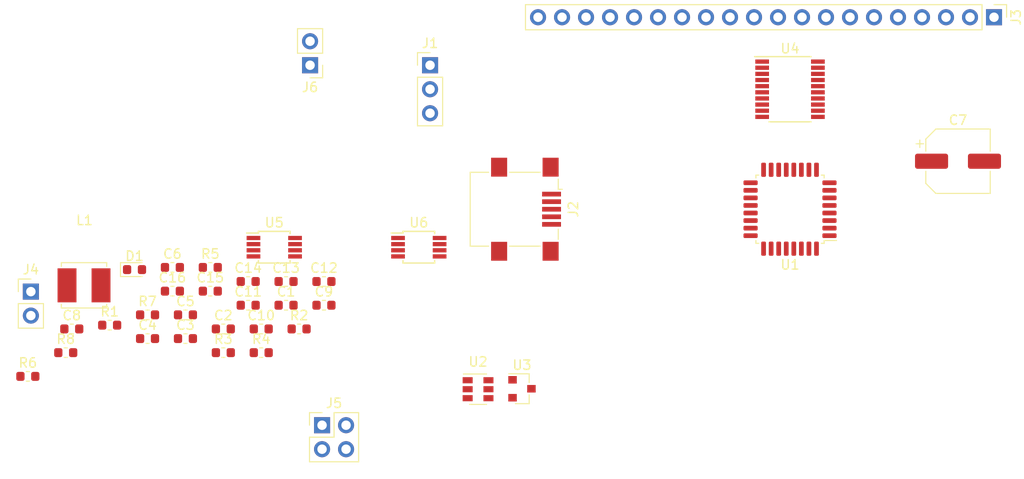
<source format=kicad_pcb>
(kicad_pcb (version 20171130) (host pcbnew "(5.1.0)-1")

  (general
    (thickness 1.6)
    (drawings 0)
    (tracks 0)
    (zones 0)
    (modules 38)
    (nets 44)
  )

  (page A4)
  (layers
    (0 F.Cu signal)
    (31 B.Cu signal)
    (32 B.Adhes user)
    (33 F.Adhes user)
    (34 B.Paste user)
    (35 F.Paste user)
    (36 B.SilkS user)
    (37 F.SilkS user)
    (38 B.Mask user)
    (39 F.Mask user)
    (40 Dwgs.User user)
    (41 Cmts.User user)
    (42 Eco1.User user)
    (43 Eco2.User user)
    (44 Edge.Cuts user)
    (45 Margin user)
    (46 B.CrtYd user)
    (47 F.CrtYd user)
    (48 B.Fab user)
    (49 F.Fab user)
  )

  (setup
    (last_trace_width 0.25)
    (trace_clearance 0.2)
    (zone_clearance 0.508)
    (zone_45_only no)
    (trace_min 0.2)
    (via_size 0.8)
    (via_drill 0.4)
    (via_min_size 0.4)
    (via_min_drill 0.3)
    (uvia_size 0.3)
    (uvia_drill 0.1)
    (uvias_allowed no)
    (uvia_min_size 0.2)
    (uvia_min_drill 0.1)
    (edge_width 0.05)
    (segment_width 0.2)
    (pcb_text_width 0.3)
    (pcb_text_size 1.5 1.5)
    (mod_edge_width 0.12)
    (mod_text_size 1 1)
    (mod_text_width 0.15)
    (pad_size 1.524 1.524)
    (pad_drill 0.762)
    (pad_to_mask_clearance 0.051)
    (solder_mask_min_width 0.25)
    (aux_axis_origin 0 0)
    (visible_elements 7FFFFFFF)
    (pcbplotparams
      (layerselection 0x010fc_ffffffff)
      (usegerberextensions false)
      (usegerberattributes false)
      (usegerberadvancedattributes false)
      (creategerberjobfile false)
      (excludeedgelayer true)
      (linewidth 0.100000)
      (plotframeref false)
      (viasonmask false)
      (mode 1)
      (useauxorigin false)
      (hpglpennumber 1)
      (hpglpenspeed 20)
      (hpglpendiameter 15.000000)
      (psnegative false)
      (psa4output false)
      (plotreference true)
      (plotvalue true)
      (plotinvisibletext false)
      (padsonsilk false)
      (subtractmaskfromsilk false)
      (outputformat 1)
      (mirror false)
      (drillshape 1)
      (scaleselection 1)
      (outputdirectory ""))
  )

  (net 0 "")
  (net 1 GND)
  (net 2 +12V)
  (net 3 "Net-(C2-Pad1)")
  (net 4 +5VA)
  (net 5 +3V3)
  (net 6 "Net-(C6-Pad2)")
  (net 7 "Net-(C6-Pad1)")
  (net 8 +5V)
  (net 9 /USART_TX)
  (net 10 /USART_RX)
  (net 11 /USB_D+)
  (net 12 /USB_D-)
  (net 13 /VEE)
  (net 14 /RESET)
  (net 15 /DB7)
  (net 16 /DB6)
  (net 17 /DB5)
  (net 18 /DB4)
  (net 19 /DB3)
  (net 20 /DB2)
  (net 21 /DB1)
  (net 22 /DB0)
  (net 23 /WR)
  (net 24 /RD)
  (net 25 /CD)
  (net 26 /V0)
  (net 27 "Net-(J4-Pad2)")
  (net 28 "Net-(R2-Pad2)")
  (net 29 "Net-(R3-Pad1)")
  (net 30 /SCL)
  (net 31 /SDA)
  (net 32 "Net-(R6-Pad2)")
  (net 33 /OE)
  (net 34 /SWCLK)
  (net 35 /SWDIO)
  (net 36 /DB7_3V3)
  (net 37 /DB6_3V3)
  (net 38 /DB5_3V3)
  (net 39 /DB4_3V3)
  (net 40 /DB3_3V3)
  (net 41 /DB2_3V3)
  (net 42 /DB1_3V3)
  (net 43 /DB0_3V3)

  (net_class Default "Dies ist die voreingestellte Netzklasse."
    (clearance 0.2)
    (trace_width 0.25)
    (via_dia 0.8)
    (via_drill 0.4)
    (uvia_dia 0.3)
    (uvia_drill 0.1)
    (add_net +12V)
    (add_net +3V3)
    (add_net +5V)
    (add_net +5VA)
    (add_net /CD)
    (add_net /DB0)
    (add_net /DB0_3V3)
    (add_net /DB1)
    (add_net /DB1_3V3)
    (add_net /DB2)
    (add_net /DB2_3V3)
    (add_net /DB3)
    (add_net /DB3_3V3)
    (add_net /DB4)
    (add_net /DB4_3V3)
    (add_net /DB5)
    (add_net /DB5_3V3)
    (add_net /DB6)
    (add_net /DB6_3V3)
    (add_net /DB7)
    (add_net /DB7_3V3)
    (add_net /OE)
    (add_net /RD)
    (add_net /RESET)
    (add_net /SCL)
    (add_net /SDA)
    (add_net /SWCLK)
    (add_net /SWDIO)
    (add_net /USART_RX)
    (add_net /USART_TX)
    (add_net /USB_D+)
    (add_net /USB_D-)
    (add_net /V0)
    (add_net /VEE)
    (add_net /WR)
    (add_net GND)
    (add_net "Net-(C2-Pad1)")
    (add_net "Net-(C6-Pad1)")
    (add_net "Net-(C6-Pad2)")
    (add_net "Net-(J4-Pad2)")
    (add_net "Net-(R2-Pad2)")
    (add_net "Net-(R3-Pad1)")
    (add_net "Net-(R6-Pad2)")
    (add_net "Net-(U1-Pad2)")
  )

  (module Connector_PinHeader_2.54mm:PinHeader_1x02_P2.54mm_Vertical (layer F.Cu) (tedit 59FED5CC) (tstamp 5EE3A3E2)
    (at 96.52 45.72 180)
    (descr "Through hole straight pin header, 1x02, 2.54mm pitch, single row")
    (tags "Through hole pin header THT 1x02 2.54mm single row")
    (path /5F410094)
    (fp_text reference J6 (at 0 -2.33 180) (layer F.SilkS)
      (effects (font (size 1 1) (thickness 0.15)))
    )
    (fp_text value 12V (at 0 4.87 180) (layer F.Fab)
      (effects (font (size 1 1) (thickness 0.15)))
    )
    (fp_text user %R (at 0 1.27 270) (layer F.Fab)
      (effects (font (size 1 1) (thickness 0.15)))
    )
    (fp_line (start 1.8 -1.8) (end -1.8 -1.8) (layer F.CrtYd) (width 0.05))
    (fp_line (start 1.8 4.35) (end 1.8 -1.8) (layer F.CrtYd) (width 0.05))
    (fp_line (start -1.8 4.35) (end 1.8 4.35) (layer F.CrtYd) (width 0.05))
    (fp_line (start -1.8 -1.8) (end -1.8 4.35) (layer F.CrtYd) (width 0.05))
    (fp_line (start -1.33 -1.33) (end 0 -1.33) (layer F.SilkS) (width 0.12))
    (fp_line (start -1.33 0) (end -1.33 -1.33) (layer F.SilkS) (width 0.12))
    (fp_line (start -1.33 1.27) (end 1.33 1.27) (layer F.SilkS) (width 0.12))
    (fp_line (start 1.33 1.27) (end 1.33 3.87) (layer F.SilkS) (width 0.12))
    (fp_line (start -1.33 1.27) (end -1.33 3.87) (layer F.SilkS) (width 0.12))
    (fp_line (start -1.33 3.87) (end 1.33 3.87) (layer F.SilkS) (width 0.12))
    (fp_line (start -1.27 -0.635) (end -0.635 -1.27) (layer F.Fab) (width 0.1))
    (fp_line (start -1.27 3.81) (end -1.27 -0.635) (layer F.Fab) (width 0.1))
    (fp_line (start 1.27 3.81) (end -1.27 3.81) (layer F.Fab) (width 0.1))
    (fp_line (start 1.27 -1.27) (end 1.27 3.81) (layer F.Fab) (width 0.1))
    (fp_line (start -0.635 -1.27) (end 1.27 -1.27) (layer F.Fab) (width 0.1))
    (pad 2 thru_hole oval (at 0 2.54 180) (size 1.7 1.7) (drill 1) (layers *.Cu *.Mask)
      (net 1 GND))
    (pad 1 thru_hole rect (at 0 0 180) (size 1.7 1.7) (drill 1) (layers *.Cu *.Mask)
      (net 2 +12V))
    (model ${KISYS3DMOD}/Connector_PinHeader_2.54mm.3dshapes/PinHeader_1x02_P2.54mm_Vertical.wrl
      (at (xyz 0 0 0))
      (scale (xyz 1 1 1))
      (rotate (xyz 0 0 0))
    )
  )

  (module Connector_PinHeader_2.54mm:PinHeader_2x02_P2.54mm_Vertical (layer F.Cu) (tedit 59FED5CC) (tstamp 5EE39261)
    (at 97.79 83.82)
    (descr "Through hole straight pin header, 2x02, 2.54mm pitch, double rows")
    (tags "Through hole pin header THT 2x02 2.54mm double row")
    (path /5F36908D)
    (fp_text reference J5 (at 1.27 -2.33) (layer F.SilkS)
      (effects (font (size 1 1) (thickness 0.15)))
    )
    (fp_text value SWD (at 1.27 4.87) (layer F.Fab)
      (effects (font (size 1 1) (thickness 0.15)))
    )
    (fp_text user %R (at 1.27 1.27 90) (layer F.Fab)
      (effects (font (size 1 1) (thickness 0.15)))
    )
    (fp_line (start 4.35 -1.8) (end -1.8 -1.8) (layer F.CrtYd) (width 0.05))
    (fp_line (start 4.35 4.35) (end 4.35 -1.8) (layer F.CrtYd) (width 0.05))
    (fp_line (start -1.8 4.35) (end 4.35 4.35) (layer F.CrtYd) (width 0.05))
    (fp_line (start -1.8 -1.8) (end -1.8 4.35) (layer F.CrtYd) (width 0.05))
    (fp_line (start -1.33 -1.33) (end 0 -1.33) (layer F.SilkS) (width 0.12))
    (fp_line (start -1.33 0) (end -1.33 -1.33) (layer F.SilkS) (width 0.12))
    (fp_line (start 1.27 -1.33) (end 3.87 -1.33) (layer F.SilkS) (width 0.12))
    (fp_line (start 1.27 1.27) (end 1.27 -1.33) (layer F.SilkS) (width 0.12))
    (fp_line (start -1.33 1.27) (end 1.27 1.27) (layer F.SilkS) (width 0.12))
    (fp_line (start 3.87 -1.33) (end 3.87 3.87) (layer F.SilkS) (width 0.12))
    (fp_line (start -1.33 1.27) (end -1.33 3.87) (layer F.SilkS) (width 0.12))
    (fp_line (start -1.33 3.87) (end 3.87 3.87) (layer F.SilkS) (width 0.12))
    (fp_line (start -1.27 0) (end 0 -1.27) (layer F.Fab) (width 0.1))
    (fp_line (start -1.27 3.81) (end -1.27 0) (layer F.Fab) (width 0.1))
    (fp_line (start 3.81 3.81) (end -1.27 3.81) (layer F.Fab) (width 0.1))
    (fp_line (start 3.81 -1.27) (end 3.81 3.81) (layer F.Fab) (width 0.1))
    (fp_line (start 0 -1.27) (end 3.81 -1.27) (layer F.Fab) (width 0.1))
    (pad 4 thru_hole oval (at 2.54 2.54) (size 1.7 1.7) (drill 1) (layers *.Cu *.Mask)
      (net 5 +3V3))
    (pad 3 thru_hole oval (at 0 2.54) (size 1.7 1.7) (drill 1) (layers *.Cu *.Mask)
      (net 1 GND))
    (pad 2 thru_hole oval (at 2.54 0) (size 1.7 1.7) (drill 1) (layers *.Cu *.Mask)
      (net 34 /SWCLK))
    (pad 1 thru_hole rect (at 0 0) (size 1.7 1.7) (drill 1) (layers *.Cu *.Mask)
      (net 35 /SWDIO))
    (model ${KISYS3DMOD}/Connector_PinHeader_2.54mm.3dshapes/PinHeader_2x02_P2.54mm_Vertical.wrl
      (at (xyz 0 0 0))
      (scale (xyz 1 1 1))
      (rotate (xyz 0 0 0))
    )
  )

  (module Package_TO_SOT_SMD:SOT-23 (layer F.Cu) (tedit 5A02FF57) (tstamp 5EE3705B)
    (at 118.95 79.96)
    (descr "SOT-23, Standard")
    (tags SOT-23)
    (path /5EE6B715)
    (attr smd)
    (fp_text reference U3 (at 0 -2.5) (layer F.SilkS)
      (effects (font (size 1 1) (thickness 0.15)))
    )
    (fp_text value MCP1812BT_033TT (at 0 2.5) (layer F.Fab)
      (effects (font (size 1 1) (thickness 0.15)))
    )
    (fp_line (start 0.76 1.58) (end -0.7 1.58) (layer F.SilkS) (width 0.12))
    (fp_line (start 0.76 -1.58) (end -1.4 -1.58) (layer F.SilkS) (width 0.12))
    (fp_line (start -1.7 1.75) (end -1.7 -1.75) (layer F.CrtYd) (width 0.05))
    (fp_line (start 1.7 1.75) (end -1.7 1.75) (layer F.CrtYd) (width 0.05))
    (fp_line (start 1.7 -1.75) (end 1.7 1.75) (layer F.CrtYd) (width 0.05))
    (fp_line (start -1.7 -1.75) (end 1.7 -1.75) (layer F.CrtYd) (width 0.05))
    (fp_line (start 0.76 -1.58) (end 0.76 -0.65) (layer F.SilkS) (width 0.12))
    (fp_line (start 0.76 1.58) (end 0.76 0.65) (layer F.SilkS) (width 0.12))
    (fp_line (start -0.7 1.52) (end 0.7 1.52) (layer F.Fab) (width 0.1))
    (fp_line (start 0.7 -1.52) (end 0.7 1.52) (layer F.Fab) (width 0.1))
    (fp_line (start -0.7 -0.95) (end -0.15 -1.52) (layer F.Fab) (width 0.1))
    (fp_line (start -0.15 -1.52) (end 0.7 -1.52) (layer F.Fab) (width 0.1))
    (fp_line (start -0.7 -0.95) (end -0.7 1.5) (layer F.Fab) (width 0.1))
    (fp_text user %R (at 0 0 90) (layer F.Fab)
      (effects (font (size 0.5 0.5) (thickness 0.075)))
    )
    (pad 3 smd rect (at 1 0) (size 0.9 0.8) (layers F.Cu F.Paste F.Mask)
      (net 1 GND))
    (pad 2 smd rect (at -1 0.95) (size 0.9 0.8) (layers F.Cu F.Paste F.Mask)
      (net 4 +5VA))
    (pad 1 smd rect (at -1 -0.95) (size 0.9 0.8) (layers F.Cu F.Paste F.Mask)
      (net 5 +3V3))
    (model ${KISYS3DMOD}/Package_TO_SOT_SMD.3dshapes/SOT-23.wrl
      (at (xyz 0 0 0))
      (scale (xyz 1 1 1))
      (rotate (xyz 0 0 0))
    )
  )

  (module Package_TO_SOT_SMD:SOT-23-6 (layer F.Cu) (tedit 5A02FF57) (tstamp 5EE37046)
    (at 114.3 80.01)
    (descr "6-pin SOT-23 package")
    (tags SOT-23-6)
    (path /5EE52F81)
    (attr smd)
    (fp_text reference U2 (at 0 -2.9) (layer F.SilkS)
      (effects (font (size 1 1) (thickness 0.15)))
    )
    (fp_text value TPS54202H (at 0 2.9) (layer F.Fab)
      (effects (font (size 1 1) (thickness 0.15)))
    )
    (fp_line (start 0.9 -1.55) (end 0.9 1.55) (layer F.Fab) (width 0.1))
    (fp_line (start 0.9 1.55) (end -0.9 1.55) (layer F.Fab) (width 0.1))
    (fp_line (start -0.9 -0.9) (end -0.9 1.55) (layer F.Fab) (width 0.1))
    (fp_line (start 0.9 -1.55) (end -0.25 -1.55) (layer F.Fab) (width 0.1))
    (fp_line (start -0.9 -0.9) (end -0.25 -1.55) (layer F.Fab) (width 0.1))
    (fp_line (start -1.9 -1.8) (end -1.9 1.8) (layer F.CrtYd) (width 0.05))
    (fp_line (start -1.9 1.8) (end 1.9 1.8) (layer F.CrtYd) (width 0.05))
    (fp_line (start 1.9 1.8) (end 1.9 -1.8) (layer F.CrtYd) (width 0.05))
    (fp_line (start 1.9 -1.8) (end -1.9 -1.8) (layer F.CrtYd) (width 0.05))
    (fp_line (start 0.9 -1.61) (end -1.55 -1.61) (layer F.SilkS) (width 0.12))
    (fp_line (start -0.9 1.61) (end 0.9 1.61) (layer F.SilkS) (width 0.12))
    (fp_text user %R (at 0 0 90) (layer F.Fab)
      (effects (font (size 0.5 0.5) (thickness 0.075)))
    )
    (pad 5 smd rect (at 1.1 0) (size 1.06 0.65) (layers F.Cu F.Paste F.Mask)
      (net 28 "Net-(R2-Pad2)"))
    (pad 6 smd rect (at 1.1 -0.95) (size 1.06 0.65) (layers F.Cu F.Paste F.Mask)
      (net 7 "Net-(C6-Pad1)"))
    (pad 4 smd rect (at 1.1 0.95) (size 1.06 0.65) (layers F.Cu F.Paste F.Mask)
      (net 32 "Net-(R6-Pad2)"))
    (pad 3 smd rect (at -1.1 0.95) (size 1.06 0.65) (layers F.Cu F.Paste F.Mask)
      (net 2 +12V))
    (pad 2 smd rect (at -1.1 0) (size 1.06 0.65) (layers F.Cu F.Paste F.Mask)
      (net 6 "Net-(C6-Pad2)"))
    (pad 1 smd rect (at -1.1 -0.95) (size 1.06 0.65) (layers F.Cu F.Paste F.Mask)
      (net 1 GND))
    (model ${KISYS3DMOD}/Package_TO_SOT_SMD.3dshapes/SOT-23-6.wrl
      (at (xyz 0 0 0))
      (scale (xyz 1 1 1))
      (rotate (xyz 0 0 0))
    )
  )

  (module Package_SO:MSOP-8_3x3mm_P0.65mm (layer F.Cu) (tedit 5A02F25C) (tstamp 5EE3599B)
    (at 108.03 64.98)
    (descr "8-Lead Plastic Micro Small Outline Package (MS) [MSOP] (see Microchip Packaging Specification 00000049BS.pdf)")
    (tags "SSOP 0.65")
    (path /5EFA3C34)
    (attr smd)
    (fp_text reference U6 (at 0 -2.6) (layer F.SilkS)
      (effects (font (size 1 1) (thickness 0.15)))
    )
    (fp_text value MCP4541T (at 0 2.6) (layer F.Fab)
      (effects (font (size 1 1) (thickness 0.15)))
    )
    (fp_text user %R (at 0 0) (layer F.Fab)
      (effects (font (size 0.6 0.6) (thickness 0.15)))
    )
    (fp_line (start -1.675 -1.5) (end -2.925 -1.5) (layer F.SilkS) (width 0.15))
    (fp_line (start -1.675 1.675) (end 1.675 1.675) (layer F.SilkS) (width 0.15))
    (fp_line (start -1.675 -1.675) (end 1.675 -1.675) (layer F.SilkS) (width 0.15))
    (fp_line (start -1.675 1.675) (end -1.675 1.425) (layer F.SilkS) (width 0.15))
    (fp_line (start 1.675 1.675) (end 1.675 1.425) (layer F.SilkS) (width 0.15))
    (fp_line (start 1.675 -1.675) (end 1.675 -1.425) (layer F.SilkS) (width 0.15))
    (fp_line (start -1.675 -1.675) (end -1.675 -1.5) (layer F.SilkS) (width 0.15))
    (fp_line (start -3.2 1.85) (end 3.2 1.85) (layer F.CrtYd) (width 0.05))
    (fp_line (start -3.2 -1.85) (end 3.2 -1.85) (layer F.CrtYd) (width 0.05))
    (fp_line (start 3.2 -1.85) (end 3.2 1.85) (layer F.CrtYd) (width 0.05))
    (fp_line (start -3.2 -1.85) (end -3.2 1.85) (layer F.CrtYd) (width 0.05))
    (fp_line (start -1.5 -0.5) (end -0.5 -1.5) (layer F.Fab) (width 0.15))
    (fp_line (start -1.5 1.5) (end -1.5 -0.5) (layer F.Fab) (width 0.15))
    (fp_line (start 1.5 1.5) (end -1.5 1.5) (layer F.Fab) (width 0.15))
    (fp_line (start 1.5 -1.5) (end 1.5 1.5) (layer F.Fab) (width 0.15))
    (fp_line (start -0.5 -1.5) (end 1.5 -1.5) (layer F.Fab) (width 0.15))
    (pad 8 smd rect (at 2.2 -0.975) (size 1.45 0.45) (layers F.Cu F.Paste F.Mask)
      (net 5 +3V3))
    (pad 7 smd rect (at 2.2 -0.325) (size 1.45 0.45) (layers F.Cu F.Paste F.Mask)
      (net 1 GND))
    (pad 6 smd rect (at 2.2 0.325) (size 1.45 0.45) (layers F.Cu F.Paste F.Mask)
      (net 27 "Net-(J4-Pad2)"))
    (pad 5 smd rect (at 2.2 0.975) (size 1.45 0.45) (layers F.Cu F.Paste F.Mask)
      (net 5 +3V3))
    (pad 4 smd rect (at -2.2 0.975) (size 1.45 0.45) (layers F.Cu F.Paste F.Mask)
      (net 1 GND))
    (pad 3 smd rect (at -2.2 0.325) (size 1.45 0.45) (layers F.Cu F.Paste F.Mask)
      (net 31 /SDA))
    (pad 2 smd rect (at -2.2 -0.325) (size 1.45 0.45) (layers F.Cu F.Paste F.Mask)
      (net 30 /SCL))
    (pad 1 smd rect (at -2.2 -0.975) (size 1.45 0.45) (layers F.Cu F.Paste F.Mask)
      (net 5 +3V3))
    (model ${KISYS3DMOD}/Package_SO.3dshapes/MSOP-8_3x3mm_P0.65mm.wrl
      (at (xyz 0 0 0))
      (scale (xyz 1 1 1))
      (rotate (xyz 0 0 0))
    )
  )

  (module Package_SO:MSOP-8_3x3mm_P0.65mm (layer F.Cu) (tedit 5A02F25C) (tstamp 5EE3597E)
    (at 92.73 64.98)
    (descr "8-Lead Plastic Micro Small Outline Package (MS) [MSOP] (see Microchip Packaging Specification 00000049BS.pdf)")
    (tags "SSOP 0.65")
    (path /5F085789)
    (attr smd)
    (fp_text reference U5 (at 0 -2.6) (layer F.SilkS)
      (effects (font (size 1 1) (thickness 0.15)))
    )
    (fp_text value MCP4541T (at 0 2.6) (layer F.Fab)
      (effects (font (size 1 1) (thickness 0.15)))
    )
    (fp_text user %R (at 0 0) (layer F.Fab)
      (effects (font (size 0.6 0.6) (thickness 0.15)))
    )
    (fp_line (start -1.675 -1.5) (end -2.925 -1.5) (layer F.SilkS) (width 0.15))
    (fp_line (start -1.675 1.675) (end 1.675 1.675) (layer F.SilkS) (width 0.15))
    (fp_line (start -1.675 -1.675) (end 1.675 -1.675) (layer F.SilkS) (width 0.15))
    (fp_line (start -1.675 1.675) (end -1.675 1.425) (layer F.SilkS) (width 0.15))
    (fp_line (start 1.675 1.675) (end 1.675 1.425) (layer F.SilkS) (width 0.15))
    (fp_line (start 1.675 -1.675) (end 1.675 -1.425) (layer F.SilkS) (width 0.15))
    (fp_line (start -1.675 -1.675) (end -1.675 -1.5) (layer F.SilkS) (width 0.15))
    (fp_line (start -3.2 1.85) (end 3.2 1.85) (layer F.CrtYd) (width 0.05))
    (fp_line (start -3.2 -1.85) (end 3.2 -1.85) (layer F.CrtYd) (width 0.05))
    (fp_line (start 3.2 -1.85) (end 3.2 1.85) (layer F.CrtYd) (width 0.05))
    (fp_line (start -3.2 -1.85) (end -3.2 1.85) (layer F.CrtYd) (width 0.05))
    (fp_line (start -1.5 -0.5) (end -0.5 -1.5) (layer F.Fab) (width 0.15))
    (fp_line (start -1.5 1.5) (end -1.5 -0.5) (layer F.Fab) (width 0.15))
    (fp_line (start 1.5 1.5) (end -1.5 1.5) (layer F.Fab) (width 0.15))
    (fp_line (start 1.5 -1.5) (end 1.5 1.5) (layer F.Fab) (width 0.15))
    (fp_line (start -0.5 -1.5) (end 1.5 -1.5) (layer F.Fab) (width 0.15))
    (pad 8 smd rect (at 2.2 -0.975) (size 1.45 0.45) (layers F.Cu F.Paste F.Mask)
      (net 5 +3V3))
    (pad 7 smd rect (at 2.2 -0.325) (size 1.45 0.45) (layers F.Cu F.Paste F.Mask)
      (net 1 GND))
    (pad 6 smd rect (at 2.2 0.325) (size 1.45 0.45) (layers F.Cu F.Paste F.Mask)
      (net 26 /V0))
    (pad 5 smd rect (at 2.2 0.975) (size 1.45 0.45) (layers F.Cu F.Paste F.Mask)
      (net 13 /VEE))
    (pad 4 smd rect (at -2.2 0.975) (size 1.45 0.45) (layers F.Cu F.Paste F.Mask)
      (net 1 GND))
    (pad 3 smd rect (at -2.2 0.325) (size 1.45 0.45) (layers F.Cu F.Paste F.Mask)
      (net 31 /SDA))
    (pad 2 smd rect (at -2.2 -0.325) (size 1.45 0.45) (layers F.Cu F.Paste F.Mask)
      (net 30 /SCL))
    (pad 1 smd rect (at -2.2 -0.975) (size 1.45 0.45) (layers F.Cu F.Paste F.Mask)
      (net 1 GND))
    (model ${KISYS3DMOD}/Package_SO.3dshapes/MSOP-8_3x3mm_P0.65mm.wrl
      (at (xyz 0 0 0))
      (scale (xyz 1 1 1))
      (rotate (xyz 0 0 0))
    )
  )

  (module Package_SO:TSSOP-20_4.4x6.5mm_P0.65mm (layer F.Cu) (tedit 5A02F25C) (tstamp 5EE35961)
    (at 147.32 48.26)
    (descr "20-Lead Plastic Thin Shrink Small Outline (ST)-4.4 mm Body [TSSOP] (see Microchip Packaging Specification 00000049BS.pdf)")
    (tags "SSOP 0.65")
    (path /5F181CBE)
    (attr smd)
    (fp_text reference U4 (at 0 -4.3) (layer F.SilkS)
      (effects (font (size 1 1) (thickness 0.15)))
    )
    (fp_text value ST2378ETTR (at 0 4.3) (layer F.Fab)
      (effects (font (size 1 1) (thickness 0.15)))
    )
    (fp_text user %R (at 0 0) (layer F.Fab)
      (effects (font (size 0.8 0.8) (thickness 0.15)))
    )
    (fp_line (start -3.75 -3.45) (end 2.225 -3.45) (layer F.SilkS) (width 0.15))
    (fp_line (start -2.225 3.45) (end 2.225 3.45) (layer F.SilkS) (width 0.15))
    (fp_line (start -3.95 3.55) (end 3.95 3.55) (layer F.CrtYd) (width 0.05))
    (fp_line (start -3.95 -3.55) (end 3.95 -3.55) (layer F.CrtYd) (width 0.05))
    (fp_line (start 3.95 -3.55) (end 3.95 3.55) (layer F.CrtYd) (width 0.05))
    (fp_line (start -3.95 -3.55) (end -3.95 3.55) (layer F.CrtYd) (width 0.05))
    (fp_line (start -2.2 -2.25) (end -1.2 -3.25) (layer F.Fab) (width 0.15))
    (fp_line (start -2.2 3.25) (end -2.2 -2.25) (layer F.Fab) (width 0.15))
    (fp_line (start 2.2 3.25) (end -2.2 3.25) (layer F.Fab) (width 0.15))
    (fp_line (start 2.2 -3.25) (end 2.2 3.25) (layer F.Fab) (width 0.15))
    (fp_line (start -1.2 -3.25) (end 2.2 -3.25) (layer F.Fab) (width 0.15))
    (pad 20 smd rect (at 2.95 -2.925) (size 1.45 0.45) (layers F.Cu F.Paste F.Mask)
      (net 8 +5V))
    (pad 19 smd rect (at 2.95 -2.275) (size 1.45 0.45) (layers F.Cu F.Paste F.Mask)
      (net 22 /DB0))
    (pad 18 smd rect (at 2.95 -1.625) (size 1.45 0.45) (layers F.Cu F.Paste F.Mask)
      (net 42 /DB1_3V3))
    (pad 17 smd rect (at 2.95 -0.975) (size 1.45 0.45) (layers F.Cu F.Paste F.Mask)
      (net 20 /DB2))
    (pad 16 smd rect (at 2.95 -0.325) (size 1.45 0.45) (layers F.Cu F.Paste F.Mask)
      (net 40 /DB3_3V3))
    (pad 15 smd rect (at 2.95 0.325) (size 1.45 0.45) (layers F.Cu F.Paste F.Mask)
      (net 18 /DB4))
    (pad 14 smd rect (at 2.95 0.975) (size 1.45 0.45) (layers F.Cu F.Paste F.Mask)
      (net 38 /DB5_3V3))
    (pad 13 smd rect (at 2.95 1.625) (size 1.45 0.45) (layers F.Cu F.Paste F.Mask)
      (net 16 /DB6))
    (pad 12 smd rect (at 2.95 2.275) (size 1.45 0.45) (layers F.Cu F.Paste F.Mask)
      (net 36 /DB7_3V3))
    (pad 11 smd rect (at 2.95 2.925) (size 1.45 0.45) (layers F.Cu F.Paste F.Mask)
      (net 33 /OE))
    (pad 10 smd rect (at -2.95 2.925) (size 1.45 0.45) (layers F.Cu F.Paste F.Mask)
      (net 1 GND))
    (pad 9 smd rect (at -2.95 2.275) (size 1.45 0.45) (layers F.Cu F.Paste F.Mask)
      (net 15 /DB7))
    (pad 8 smd rect (at -2.95 1.625) (size 1.45 0.45) (layers F.Cu F.Paste F.Mask)
      (net 37 /DB6_3V3))
    (pad 7 smd rect (at -2.95 0.975) (size 1.45 0.45) (layers F.Cu F.Paste F.Mask)
      (net 17 /DB5))
    (pad 6 smd rect (at -2.95 0.325) (size 1.45 0.45) (layers F.Cu F.Paste F.Mask)
      (net 39 /DB4_3V3))
    (pad 5 smd rect (at -2.95 -0.325) (size 1.45 0.45) (layers F.Cu F.Paste F.Mask)
      (net 19 /DB3))
    (pad 4 smd rect (at -2.95 -0.975) (size 1.45 0.45) (layers F.Cu F.Paste F.Mask)
      (net 41 /DB2_3V3))
    (pad 3 smd rect (at -2.95 -1.625) (size 1.45 0.45) (layers F.Cu F.Paste F.Mask)
      (net 21 /DB1))
    (pad 2 smd rect (at -2.95 -2.275) (size 1.45 0.45) (layers F.Cu F.Paste F.Mask)
      (net 43 /DB0_3V3))
    (pad 1 smd rect (at -2.95 -2.925) (size 1.45 0.45) (layers F.Cu F.Paste F.Mask)
      (net 5 +3V3))
    (model ${KISYS3DMOD}/Package_SO.3dshapes/TSSOP-20_4.4x6.5mm_P0.65mm.wrl
      (at (xyz 0 0 0))
      (scale (xyz 1 1 1))
      (rotate (xyz 0 0 0))
    )
  )

  (module Package_QFP:LQFP-32_7x7mm_P0.8mm (layer F.Cu) (tedit 5C1823C9) (tstamp 5EE3593D)
    (at 147.32 60.96 180)
    (descr "LQFP, 32 Pin (https://www.nxp.com/docs/en/package-information/SOT358-1.pdf), generated with kicad-footprint-generator ipc_gullwing_generator.py")
    (tags "LQFP QFP")
    (path /5EE79861)
    (attr smd)
    (fp_text reference U1 (at 0 -5.88 180) (layer F.SilkS)
      (effects (font (size 1 1) (thickness 0.15)))
    )
    (fp_text value STM32L412K8Tx (at 0 5.88 180) (layer F.Fab)
      (effects (font (size 1 1) (thickness 0.15)))
    )
    (fp_text user %R (at 0 0 180) (layer F.Fab)
      (effects (font (size 1 1) (thickness 0.15)))
    )
    (fp_line (start 5.18 3.3) (end 5.18 0) (layer F.CrtYd) (width 0.05))
    (fp_line (start 3.75 3.3) (end 5.18 3.3) (layer F.CrtYd) (width 0.05))
    (fp_line (start 3.75 3.75) (end 3.75 3.3) (layer F.CrtYd) (width 0.05))
    (fp_line (start 3.3 3.75) (end 3.75 3.75) (layer F.CrtYd) (width 0.05))
    (fp_line (start 3.3 5.18) (end 3.3 3.75) (layer F.CrtYd) (width 0.05))
    (fp_line (start 0 5.18) (end 3.3 5.18) (layer F.CrtYd) (width 0.05))
    (fp_line (start -5.18 3.3) (end -5.18 0) (layer F.CrtYd) (width 0.05))
    (fp_line (start -3.75 3.3) (end -5.18 3.3) (layer F.CrtYd) (width 0.05))
    (fp_line (start -3.75 3.75) (end -3.75 3.3) (layer F.CrtYd) (width 0.05))
    (fp_line (start -3.3 3.75) (end -3.75 3.75) (layer F.CrtYd) (width 0.05))
    (fp_line (start -3.3 5.18) (end -3.3 3.75) (layer F.CrtYd) (width 0.05))
    (fp_line (start 0 5.18) (end -3.3 5.18) (layer F.CrtYd) (width 0.05))
    (fp_line (start 5.18 -3.3) (end 5.18 0) (layer F.CrtYd) (width 0.05))
    (fp_line (start 3.75 -3.3) (end 5.18 -3.3) (layer F.CrtYd) (width 0.05))
    (fp_line (start 3.75 -3.75) (end 3.75 -3.3) (layer F.CrtYd) (width 0.05))
    (fp_line (start 3.3 -3.75) (end 3.75 -3.75) (layer F.CrtYd) (width 0.05))
    (fp_line (start 3.3 -5.18) (end 3.3 -3.75) (layer F.CrtYd) (width 0.05))
    (fp_line (start 0 -5.18) (end 3.3 -5.18) (layer F.CrtYd) (width 0.05))
    (fp_line (start -5.18 -3.3) (end -5.18 0) (layer F.CrtYd) (width 0.05))
    (fp_line (start -3.75 -3.3) (end -5.18 -3.3) (layer F.CrtYd) (width 0.05))
    (fp_line (start -3.75 -3.75) (end -3.75 -3.3) (layer F.CrtYd) (width 0.05))
    (fp_line (start -3.3 -3.75) (end -3.75 -3.75) (layer F.CrtYd) (width 0.05))
    (fp_line (start -3.3 -5.18) (end -3.3 -3.75) (layer F.CrtYd) (width 0.05))
    (fp_line (start 0 -5.18) (end -3.3 -5.18) (layer F.CrtYd) (width 0.05))
    (fp_line (start -3.5 -2.5) (end -2.5 -3.5) (layer F.Fab) (width 0.1))
    (fp_line (start -3.5 3.5) (end -3.5 -2.5) (layer F.Fab) (width 0.1))
    (fp_line (start 3.5 3.5) (end -3.5 3.5) (layer F.Fab) (width 0.1))
    (fp_line (start 3.5 -3.5) (end 3.5 3.5) (layer F.Fab) (width 0.1))
    (fp_line (start -2.5 -3.5) (end 3.5 -3.5) (layer F.Fab) (width 0.1))
    (fp_line (start -3.61 -3.31) (end -4.925 -3.31) (layer F.SilkS) (width 0.12))
    (fp_line (start -3.61 -3.61) (end -3.61 -3.31) (layer F.SilkS) (width 0.12))
    (fp_line (start -3.31 -3.61) (end -3.61 -3.61) (layer F.SilkS) (width 0.12))
    (fp_line (start 3.61 -3.61) (end 3.61 -3.31) (layer F.SilkS) (width 0.12))
    (fp_line (start 3.31 -3.61) (end 3.61 -3.61) (layer F.SilkS) (width 0.12))
    (fp_line (start -3.61 3.61) (end -3.61 3.31) (layer F.SilkS) (width 0.12))
    (fp_line (start -3.31 3.61) (end -3.61 3.61) (layer F.SilkS) (width 0.12))
    (fp_line (start 3.61 3.61) (end 3.61 3.31) (layer F.SilkS) (width 0.12))
    (fp_line (start 3.31 3.61) (end 3.61 3.61) (layer F.SilkS) (width 0.12))
    (pad 32 smd roundrect (at -2.8 -4.175 180) (size 0.5 1.5) (layers F.Cu F.Paste F.Mask) (roundrect_rratio 0.25)
      (net 1 GND))
    (pad 31 smd roundrect (at -2 -4.175 180) (size 0.5 1.5) (layers F.Cu F.Paste F.Mask) (roundrect_rratio 0.25)
      (net 29 "Net-(R3-Pad1)"))
    (pad 30 smd roundrect (at -1.2 -4.175 180) (size 0.5 1.5) (layers F.Cu F.Paste F.Mask) (roundrect_rratio 0.25)
      (net 9 /USART_TX))
    (pad 29 smd roundrect (at -0.4 -4.175 180) (size 0.5 1.5) (layers F.Cu F.Paste F.Mask) (roundrect_rratio 0.25)
      (net 10 /USART_RX))
    (pad 28 smd roundrect (at 0.4 -4.175 180) (size 0.5 1.5) (layers F.Cu F.Paste F.Mask) (roundrect_rratio 0.25))
    (pad 27 smd roundrect (at 1.2 -4.175 180) (size 0.5 1.5) (layers F.Cu F.Paste F.Mask) (roundrect_rratio 0.25))
    (pad 26 smd roundrect (at 2 -4.175 180) (size 0.5 1.5) (layers F.Cu F.Paste F.Mask) (roundrect_rratio 0.25))
    (pad 25 smd roundrect (at 2.8 -4.175 180) (size 0.5 1.5) (layers F.Cu F.Paste F.Mask) (roundrect_rratio 0.25)
      (net 33 /OE))
    (pad 24 smd roundrect (at 4.175 -2.8 180) (size 1.5 0.5) (layers F.Cu F.Paste F.Mask) (roundrect_rratio 0.25)
      (net 34 /SWCLK))
    (pad 23 smd roundrect (at 4.175 -2 180) (size 1.5 0.5) (layers F.Cu F.Paste F.Mask) (roundrect_rratio 0.25)
      (net 35 /SWDIO))
    (pad 22 smd roundrect (at 4.175 -1.2 180) (size 1.5 0.5) (layers F.Cu F.Paste F.Mask) (roundrect_rratio 0.25)
      (net 11 /USB_D+))
    (pad 21 smd roundrect (at 4.175 -0.4 180) (size 1.5 0.5) (layers F.Cu F.Paste F.Mask) (roundrect_rratio 0.25)
      (net 12 /USB_D-))
    (pad 20 smd roundrect (at 4.175 0.4 180) (size 1.5 0.5) (layers F.Cu F.Paste F.Mask) (roundrect_rratio 0.25)
      (net 31 /SDA))
    (pad 19 smd roundrect (at 4.175 1.2 180) (size 1.5 0.5) (layers F.Cu F.Paste F.Mask) (roundrect_rratio 0.25)
      (net 30 /SCL))
    (pad 18 smd roundrect (at 4.175 2 180) (size 1.5 0.5) (layers F.Cu F.Paste F.Mask) (roundrect_rratio 0.25)
      (net 14 /RESET))
    (pad 17 smd roundrect (at 4.175 2.8 180) (size 1.5 0.5) (layers F.Cu F.Paste F.Mask) (roundrect_rratio 0.25)
      (net 5 +3V3))
    (pad 16 smd roundrect (at 2.8 4.175 180) (size 0.5 1.5) (layers F.Cu F.Paste F.Mask) (roundrect_rratio 0.25)
      (net 1 GND))
    (pad 15 smd roundrect (at 2 4.175 180) (size 0.5 1.5) (layers F.Cu F.Paste F.Mask) (roundrect_rratio 0.25)
      (net 36 /DB7_3V3))
    (pad 14 smd roundrect (at 1.2 4.175 180) (size 0.5 1.5) (layers F.Cu F.Paste F.Mask) (roundrect_rratio 0.25)
      (net 37 /DB6_3V3))
    (pad 13 smd roundrect (at 0.4 4.175 180) (size 0.5 1.5) (layers F.Cu F.Paste F.Mask) (roundrect_rratio 0.25)
      (net 38 /DB5_3V3))
    (pad 12 smd roundrect (at -0.4 4.175 180) (size 0.5 1.5) (layers F.Cu F.Paste F.Mask) (roundrect_rratio 0.25)
      (net 39 /DB4_3V3))
    (pad 11 smd roundrect (at -1.2 4.175 180) (size 0.5 1.5) (layers F.Cu F.Paste F.Mask) (roundrect_rratio 0.25)
      (net 40 /DB3_3V3))
    (pad 10 smd roundrect (at -2 4.175 180) (size 0.5 1.5) (layers F.Cu F.Paste F.Mask) (roundrect_rratio 0.25)
      (net 41 /DB2_3V3))
    (pad 9 smd roundrect (at -2.8 4.175 180) (size 0.5 1.5) (layers F.Cu F.Paste F.Mask) (roundrect_rratio 0.25)
      (net 42 /DB1_3V3))
    (pad 8 smd roundrect (at -4.175 2.8 180) (size 1.5 0.5) (layers F.Cu F.Paste F.Mask) (roundrect_rratio 0.25)
      (net 43 /DB0_3V3))
    (pad 7 smd roundrect (at -4.175 2 180) (size 1.5 0.5) (layers F.Cu F.Paste F.Mask) (roundrect_rratio 0.25)
      (net 23 /WR))
    (pad 6 smd roundrect (at -4.175 1.2 180) (size 1.5 0.5) (layers F.Cu F.Paste F.Mask) (roundrect_rratio 0.25)
      (net 24 /RD))
    (pad 5 smd roundrect (at -4.175 0.4 180) (size 1.5 0.5) (layers F.Cu F.Paste F.Mask) (roundrect_rratio 0.25)
      (net 5 +3V3))
    (pad 4 smd roundrect (at -4.175 -0.4 180) (size 1.5 0.5) (layers F.Cu F.Paste F.Mask) (roundrect_rratio 0.25)
      (net 3 "Net-(C2-Pad1)"))
    (pad 3 smd roundrect (at -4.175 -1.2 180) (size 1.5 0.5) (layers F.Cu F.Paste F.Mask) (roundrect_rratio 0.25)
      (net 25 /CD))
    (pad 2 smd roundrect (at -4.175 -2 180) (size 1.5 0.5) (layers F.Cu F.Paste F.Mask) (roundrect_rratio 0.25))
    (pad 1 smd roundrect (at -4.175 -2.8 180) (size 1.5 0.5) (layers F.Cu F.Paste F.Mask) (roundrect_rratio 0.25)
      (net 5 +3V3))
    (model ${KISYS3DMOD}/Package_QFP.3dshapes/LQFP-32_7x7mm_P0.8mm.wrl
      (at (xyz 0 0 0))
      (scale (xyz 1 1 1))
      (rotate (xyz 0 0 0))
    )
  )

  (module Resistor_SMD:R_0603_1608Metric (layer F.Cu) (tedit 5B301BBD) (tstamp 5EE358F2)
    (at 70.66 76.14)
    (descr "Resistor SMD 0603 (1608 Metric), square (rectangular) end terminal, IPC_7351 nominal, (Body size source: http://www.tortai-tech.com/upload/download/2011102023233369053.pdf), generated with kicad-footprint-generator")
    (tags resistor)
    (path /5EEB6EBB)
    (attr smd)
    (fp_text reference R8 (at 0 -1.43) (layer F.SilkS)
      (effects (font (size 1 1) (thickness 0.15)))
    )
    (fp_text value R (at 0 1.43) (layer F.Fab)
      (effects (font (size 1 1) (thickness 0.15)))
    )
    (fp_text user %R (at 0 0) (layer F.Fab)
      (effects (font (size 0.4 0.4) (thickness 0.06)))
    )
    (fp_line (start 1.48 0.73) (end -1.48 0.73) (layer F.CrtYd) (width 0.05))
    (fp_line (start 1.48 -0.73) (end 1.48 0.73) (layer F.CrtYd) (width 0.05))
    (fp_line (start -1.48 -0.73) (end 1.48 -0.73) (layer F.CrtYd) (width 0.05))
    (fp_line (start -1.48 0.73) (end -1.48 -0.73) (layer F.CrtYd) (width 0.05))
    (fp_line (start -0.162779 0.51) (end 0.162779 0.51) (layer F.SilkS) (width 0.12))
    (fp_line (start -0.162779 -0.51) (end 0.162779 -0.51) (layer F.SilkS) (width 0.12))
    (fp_line (start 0.8 0.4) (end -0.8 0.4) (layer F.Fab) (width 0.1))
    (fp_line (start 0.8 -0.4) (end 0.8 0.4) (layer F.Fab) (width 0.1))
    (fp_line (start -0.8 -0.4) (end 0.8 -0.4) (layer F.Fab) (width 0.1))
    (fp_line (start -0.8 0.4) (end -0.8 -0.4) (layer F.Fab) (width 0.1))
    (pad 2 smd roundrect (at 0.7875 0) (size 0.875 0.95) (layers F.Cu F.Paste F.Mask) (roundrect_rratio 0.25)
      (net 11 /USB_D+))
    (pad 1 smd roundrect (at -0.7875 0) (size 0.875 0.95) (layers F.Cu F.Paste F.Mask) (roundrect_rratio 0.25)
      (net 5 +3V3))
    (model ${KISYS3DMOD}/Resistor_SMD.3dshapes/R_0603_1608Metric.wrl
      (at (xyz 0 0 0))
      (scale (xyz 1 1 1))
      (rotate (xyz 0 0 0))
    )
  )

  (module Resistor_SMD:R_0603_1608Metric (layer F.Cu) (tedit 5B301BBD) (tstamp 5EE358E1)
    (at 79.32 72.14)
    (descr "Resistor SMD 0603 (1608 Metric), square (rectangular) end terminal, IPC_7351 nominal, (Body size source: http://www.tortai-tech.com/upload/download/2011102023233369053.pdf), generated with kicad-footprint-generator")
    (tags resistor)
    (path /5EE5CD64)
    (attr smd)
    (fp_text reference R7 (at 0 -1.43) (layer F.SilkS)
      (effects (font (size 1 1) (thickness 0.15)))
    )
    (fp_text value 13.3k (at 0 1.43) (layer F.Fab)
      (effects (font (size 1 1) (thickness 0.15)))
    )
    (fp_text user %R (at 0 0) (layer F.Fab)
      (effects (font (size 0.4 0.4) (thickness 0.06)))
    )
    (fp_line (start 1.48 0.73) (end -1.48 0.73) (layer F.CrtYd) (width 0.05))
    (fp_line (start 1.48 -0.73) (end 1.48 0.73) (layer F.CrtYd) (width 0.05))
    (fp_line (start -1.48 -0.73) (end 1.48 -0.73) (layer F.CrtYd) (width 0.05))
    (fp_line (start -1.48 0.73) (end -1.48 -0.73) (layer F.CrtYd) (width 0.05))
    (fp_line (start -0.162779 0.51) (end 0.162779 0.51) (layer F.SilkS) (width 0.12))
    (fp_line (start -0.162779 -0.51) (end 0.162779 -0.51) (layer F.SilkS) (width 0.12))
    (fp_line (start 0.8 0.4) (end -0.8 0.4) (layer F.Fab) (width 0.1))
    (fp_line (start 0.8 -0.4) (end 0.8 0.4) (layer F.Fab) (width 0.1))
    (fp_line (start -0.8 -0.4) (end 0.8 -0.4) (layer F.Fab) (width 0.1))
    (fp_line (start -0.8 0.4) (end -0.8 -0.4) (layer F.Fab) (width 0.1))
    (pad 2 smd roundrect (at 0.7875 0) (size 0.875 0.95) (layers F.Cu F.Paste F.Mask) (roundrect_rratio 0.25)
      (net 1 GND))
    (pad 1 smd roundrect (at -0.7875 0) (size 0.875 0.95) (layers F.Cu F.Paste F.Mask) (roundrect_rratio 0.25)
      (net 32 "Net-(R6-Pad2)"))
    (model ${KISYS3DMOD}/Resistor_SMD.3dshapes/R_0603_1608Metric.wrl
      (at (xyz 0 0 0))
      (scale (xyz 1 1 1))
      (rotate (xyz 0 0 0))
    )
  )

  (module Resistor_SMD:R_0603_1608Metric (layer F.Cu) (tedit 5B301BBD) (tstamp 5EE358D0)
    (at 66.65 78.65)
    (descr "Resistor SMD 0603 (1608 Metric), square (rectangular) end terminal, IPC_7351 nominal, (Body size source: http://www.tortai-tech.com/upload/download/2011102023233369053.pdf), generated with kicad-footprint-generator")
    (tags resistor)
    (path /5EE5C721)
    (attr smd)
    (fp_text reference R6 (at 0 -1.43) (layer F.SilkS)
      (effects (font (size 1 1) (thickness 0.15)))
    )
    (fp_text value 100k (at 0 1.43) (layer F.Fab)
      (effects (font (size 1 1) (thickness 0.15)))
    )
    (fp_text user %R (at 0 0) (layer F.Fab)
      (effects (font (size 0.4 0.4) (thickness 0.06)))
    )
    (fp_line (start 1.48 0.73) (end -1.48 0.73) (layer F.CrtYd) (width 0.05))
    (fp_line (start 1.48 -0.73) (end 1.48 0.73) (layer F.CrtYd) (width 0.05))
    (fp_line (start -1.48 -0.73) (end 1.48 -0.73) (layer F.CrtYd) (width 0.05))
    (fp_line (start -1.48 0.73) (end -1.48 -0.73) (layer F.CrtYd) (width 0.05))
    (fp_line (start -0.162779 0.51) (end 0.162779 0.51) (layer F.SilkS) (width 0.12))
    (fp_line (start -0.162779 -0.51) (end 0.162779 -0.51) (layer F.SilkS) (width 0.12))
    (fp_line (start 0.8 0.4) (end -0.8 0.4) (layer F.Fab) (width 0.1))
    (fp_line (start 0.8 -0.4) (end 0.8 0.4) (layer F.Fab) (width 0.1))
    (fp_line (start -0.8 -0.4) (end 0.8 -0.4) (layer F.Fab) (width 0.1))
    (fp_line (start -0.8 0.4) (end -0.8 -0.4) (layer F.Fab) (width 0.1))
    (pad 2 smd roundrect (at 0.7875 0) (size 0.875 0.95) (layers F.Cu F.Paste F.Mask) (roundrect_rratio 0.25)
      (net 32 "Net-(R6-Pad2)"))
    (pad 1 smd roundrect (at -0.7875 0) (size 0.875 0.95) (layers F.Cu F.Paste F.Mask) (roundrect_rratio 0.25)
      (net 8 +5V))
    (model ${KISYS3DMOD}/Resistor_SMD.3dshapes/R_0603_1608Metric.wrl
      (at (xyz 0 0 0))
      (scale (xyz 1 1 1))
      (rotate (xyz 0 0 0))
    )
  )

  (module Resistor_SMD:R_0603_1608Metric (layer F.Cu) (tedit 5B301BBD) (tstamp 5EE358BF)
    (at 85.96 67.12)
    (descr "Resistor SMD 0603 (1608 Metric), square (rectangular) end terminal, IPC_7351 nominal, (Body size source: http://www.tortai-tech.com/upload/download/2011102023233369053.pdf), generated with kicad-footprint-generator")
    (tags resistor)
    (path /5F004F71)
    (attr smd)
    (fp_text reference R5 (at 0 -1.43) (layer F.SilkS)
      (effects (font (size 1 1) (thickness 0.15)))
    )
    (fp_text value 4.7k (at 0 1.43) (layer F.Fab)
      (effects (font (size 1 1) (thickness 0.15)))
    )
    (fp_text user %R (at 0 0) (layer F.Fab)
      (effects (font (size 0.4 0.4) (thickness 0.06)))
    )
    (fp_line (start 1.48 0.73) (end -1.48 0.73) (layer F.CrtYd) (width 0.05))
    (fp_line (start 1.48 -0.73) (end 1.48 0.73) (layer F.CrtYd) (width 0.05))
    (fp_line (start -1.48 -0.73) (end 1.48 -0.73) (layer F.CrtYd) (width 0.05))
    (fp_line (start -1.48 0.73) (end -1.48 -0.73) (layer F.CrtYd) (width 0.05))
    (fp_line (start -0.162779 0.51) (end 0.162779 0.51) (layer F.SilkS) (width 0.12))
    (fp_line (start -0.162779 -0.51) (end 0.162779 -0.51) (layer F.SilkS) (width 0.12))
    (fp_line (start 0.8 0.4) (end -0.8 0.4) (layer F.Fab) (width 0.1))
    (fp_line (start 0.8 -0.4) (end 0.8 0.4) (layer F.Fab) (width 0.1))
    (fp_line (start -0.8 -0.4) (end 0.8 -0.4) (layer F.Fab) (width 0.1))
    (fp_line (start -0.8 0.4) (end -0.8 -0.4) (layer F.Fab) (width 0.1))
    (pad 2 smd roundrect (at 0.7875 0) (size 0.875 0.95) (layers F.Cu F.Paste F.Mask) (roundrect_rratio 0.25)
      (net 31 /SDA))
    (pad 1 smd roundrect (at -0.7875 0) (size 0.875 0.95) (layers F.Cu F.Paste F.Mask) (roundrect_rratio 0.25)
      (net 5 +3V3))
    (model ${KISYS3DMOD}/Resistor_SMD.3dshapes/R_0603_1608Metric.wrl
      (at (xyz 0 0 0))
      (scale (xyz 1 1 1))
      (rotate (xyz 0 0 0))
    )
  )

  (module Resistor_SMD:R_0603_1608Metric (layer F.Cu) (tedit 5B301BBD) (tstamp 5EE358AE)
    (at 91.35 76.14)
    (descr "Resistor SMD 0603 (1608 Metric), square (rectangular) end terminal, IPC_7351 nominal, (Body size source: http://www.tortai-tech.com/upload/download/2011102023233369053.pdf), generated with kicad-footprint-generator")
    (tags resistor)
    (path /5F0001F7)
    (attr smd)
    (fp_text reference R4 (at 0 -1.43) (layer F.SilkS)
      (effects (font (size 1 1) (thickness 0.15)))
    )
    (fp_text value 4.7k (at 0 1.43) (layer F.Fab)
      (effects (font (size 1 1) (thickness 0.15)))
    )
    (fp_text user %R (at 0 0) (layer F.Fab)
      (effects (font (size 0.4 0.4) (thickness 0.06)))
    )
    (fp_line (start 1.48 0.73) (end -1.48 0.73) (layer F.CrtYd) (width 0.05))
    (fp_line (start 1.48 -0.73) (end 1.48 0.73) (layer F.CrtYd) (width 0.05))
    (fp_line (start -1.48 -0.73) (end 1.48 -0.73) (layer F.CrtYd) (width 0.05))
    (fp_line (start -1.48 0.73) (end -1.48 -0.73) (layer F.CrtYd) (width 0.05))
    (fp_line (start -0.162779 0.51) (end 0.162779 0.51) (layer F.SilkS) (width 0.12))
    (fp_line (start -0.162779 -0.51) (end 0.162779 -0.51) (layer F.SilkS) (width 0.12))
    (fp_line (start 0.8 0.4) (end -0.8 0.4) (layer F.Fab) (width 0.1))
    (fp_line (start 0.8 -0.4) (end 0.8 0.4) (layer F.Fab) (width 0.1))
    (fp_line (start -0.8 -0.4) (end 0.8 -0.4) (layer F.Fab) (width 0.1))
    (fp_line (start -0.8 0.4) (end -0.8 -0.4) (layer F.Fab) (width 0.1))
    (pad 2 smd roundrect (at 0.7875 0) (size 0.875 0.95) (layers F.Cu F.Paste F.Mask) (roundrect_rratio 0.25)
      (net 30 /SCL))
    (pad 1 smd roundrect (at -0.7875 0) (size 0.875 0.95) (layers F.Cu F.Paste F.Mask) (roundrect_rratio 0.25)
      (net 5 +3V3))
    (model ${KISYS3DMOD}/Resistor_SMD.3dshapes/R_0603_1608Metric.wrl
      (at (xyz 0 0 0))
      (scale (xyz 1 1 1))
      (rotate (xyz 0 0 0))
    )
  )

  (module Resistor_SMD:R_0603_1608Metric (layer F.Cu) (tedit 5B301BBD) (tstamp 5EE3589D)
    (at 87.34 76.14)
    (descr "Resistor SMD 0603 (1608 Metric), square (rectangular) end terminal, IPC_7351 nominal, (Body size source: http://www.tortai-tech.com/upload/download/2011102023233369053.pdf), generated with kicad-footprint-generator")
    (tags resistor)
    (path /5EEADB77)
    (attr smd)
    (fp_text reference R3 (at 0 -1.43) (layer F.SilkS)
      (effects (font (size 1 1) (thickness 0.15)))
    )
    (fp_text value R (at 0 1.43) (layer F.Fab)
      (effects (font (size 1 1) (thickness 0.15)))
    )
    (fp_text user %R (at 0 0) (layer F.Fab)
      (effects (font (size 0.4 0.4) (thickness 0.06)))
    )
    (fp_line (start 1.48 0.73) (end -1.48 0.73) (layer F.CrtYd) (width 0.05))
    (fp_line (start 1.48 -0.73) (end 1.48 0.73) (layer F.CrtYd) (width 0.05))
    (fp_line (start -1.48 -0.73) (end 1.48 -0.73) (layer F.CrtYd) (width 0.05))
    (fp_line (start -1.48 0.73) (end -1.48 -0.73) (layer F.CrtYd) (width 0.05))
    (fp_line (start -0.162779 0.51) (end 0.162779 0.51) (layer F.SilkS) (width 0.12))
    (fp_line (start -0.162779 -0.51) (end 0.162779 -0.51) (layer F.SilkS) (width 0.12))
    (fp_line (start 0.8 0.4) (end -0.8 0.4) (layer F.Fab) (width 0.1))
    (fp_line (start 0.8 -0.4) (end 0.8 0.4) (layer F.Fab) (width 0.1))
    (fp_line (start -0.8 -0.4) (end 0.8 -0.4) (layer F.Fab) (width 0.1))
    (fp_line (start -0.8 0.4) (end -0.8 -0.4) (layer F.Fab) (width 0.1))
    (pad 2 smd roundrect (at 0.7875 0) (size 0.875 0.95) (layers F.Cu F.Paste F.Mask) (roundrect_rratio 0.25)
      (net 1 GND))
    (pad 1 smd roundrect (at -0.7875 0) (size 0.875 0.95) (layers F.Cu F.Paste F.Mask) (roundrect_rratio 0.25)
      (net 29 "Net-(R3-Pad1)"))
    (model ${KISYS3DMOD}/Resistor_SMD.3dshapes/R_0603_1608Metric.wrl
      (at (xyz 0 0 0))
      (scale (xyz 1 1 1))
      (rotate (xyz 0 0 0))
    )
  )

  (module Resistor_SMD:R_0603_1608Metric (layer F.Cu) (tedit 5B301BBD) (tstamp 5EE3588C)
    (at 95.36 73.63)
    (descr "Resistor SMD 0603 (1608 Metric), square (rectangular) end terminal, IPC_7351 nominal, (Body size source: http://www.tortai-tech.com/upload/download/2011102023233369053.pdf), generated with kicad-footprint-generator")
    (tags resistor)
    (path /5EE57141)
    (attr smd)
    (fp_text reference R2 (at 0 -1.43) (layer F.SilkS)
      (effects (font (size 1 1) (thickness 0.15)))
    )
    (fp_text value 510k (at 0 1.43) (layer F.Fab)
      (effects (font (size 1 1) (thickness 0.15)))
    )
    (fp_text user %R (at 0 0) (layer F.Fab)
      (effects (font (size 0.4 0.4) (thickness 0.06)))
    )
    (fp_line (start 1.48 0.73) (end -1.48 0.73) (layer F.CrtYd) (width 0.05))
    (fp_line (start 1.48 -0.73) (end 1.48 0.73) (layer F.CrtYd) (width 0.05))
    (fp_line (start -1.48 -0.73) (end 1.48 -0.73) (layer F.CrtYd) (width 0.05))
    (fp_line (start -1.48 0.73) (end -1.48 -0.73) (layer F.CrtYd) (width 0.05))
    (fp_line (start -0.162779 0.51) (end 0.162779 0.51) (layer F.SilkS) (width 0.12))
    (fp_line (start -0.162779 -0.51) (end 0.162779 -0.51) (layer F.SilkS) (width 0.12))
    (fp_line (start 0.8 0.4) (end -0.8 0.4) (layer F.Fab) (width 0.1))
    (fp_line (start 0.8 -0.4) (end 0.8 0.4) (layer F.Fab) (width 0.1))
    (fp_line (start -0.8 -0.4) (end 0.8 -0.4) (layer F.Fab) (width 0.1))
    (fp_line (start -0.8 0.4) (end -0.8 -0.4) (layer F.Fab) (width 0.1))
    (pad 2 smd roundrect (at 0.7875 0) (size 0.875 0.95) (layers F.Cu F.Paste F.Mask) (roundrect_rratio 0.25)
      (net 28 "Net-(R2-Pad2)"))
    (pad 1 smd roundrect (at -0.7875 0) (size 0.875 0.95) (layers F.Cu F.Paste F.Mask) (roundrect_rratio 0.25)
      (net 2 +12V))
    (model ${KISYS3DMOD}/Resistor_SMD.3dshapes/R_0603_1608Metric.wrl
      (at (xyz 0 0 0))
      (scale (xyz 1 1 1))
      (rotate (xyz 0 0 0))
    )
  )

  (module Resistor_SMD:R_0603_1608Metric (layer F.Cu) (tedit 5B301BBD) (tstamp 5EE3587B)
    (at 75.31 73.23)
    (descr "Resistor SMD 0603 (1608 Metric), square (rectangular) end terminal, IPC_7351 nominal, (Body size source: http://www.tortai-tech.com/upload/download/2011102023233369053.pdf), generated with kicad-footprint-generator")
    (tags resistor)
    (path /5EE98940)
    (attr smd)
    (fp_text reference R1 (at 0 -1.43) (layer F.SilkS)
      (effects (font (size 1 1) (thickness 0.15)))
    )
    (fp_text value R (at 0 1.43) (layer F.Fab)
      (effects (font (size 1 1) (thickness 0.15)))
    )
    (fp_text user %R (at 0 0) (layer F.Fab)
      (effects (font (size 0.4 0.4) (thickness 0.06)))
    )
    (fp_line (start 1.48 0.73) (end -1.48 0.73) (layer F.CrtYd) (width 0.05))
    (fp_line (start 1.48 -0.73) (end 1.48 0.73) (layer F.CrtYd) (width 0.05))
    (fp_line (start -1.48 -0.73) (end 1.48 -0.73) (layer F.CrtYd) (width 0.05))
    (fp_line (start -1.48 0.73) (end -1.48 -0.73) (layer F.CrtYd) (width 0.05))
    (fp_line (start -0.162779 0.51) (end 0.162779 0.51) (layer F.SilkS) (width 0.12))
    (fp_line (start -0.162779 -0.51) (end 0.162779 -0.51) (layer F.SilkS) (width 0.12))
    (fp_line (start 0.8 0.4) (end -0.8 0.4) (layer F.Fab) (width 0.1))
    (fp_line (start 0.8 -0.4) (end 0.8 0.4) (layer F.Fab) (width 0.1))
    (fp_line (start -0.8 -0.4) (end 0.8 -0.4) (layer F.Fab) (width 0.1))
    (fp_line (start -0.8 0.4) (end -0.8 -0.4) (layer F.Fab) (width 0.1))
    (pad 2 smd roundrect (at 0.7875 0) (size 0.875 0.95) (layers F.Cu F.Paste F.Mask) (roundrect_rratio 0.25)
      (net 3 "Net-(C2-Pad1)"))
    (pad 1 smd roundrect (at -0.7875 0) (size 0.875 0.95) (layers F.Cu F.Paste F.Mask) (roundrect_rratio 0.25)
      (net 5 +3V3))
    (model ${KISYS3DMOD}/Resistor_SMD.3dshapes/R_0603_1608Metric.wrl
      (at (xyz 0 0 0))
      (scale (xyz 1 1 1))
      (rotate (xyz 0 0 0))
    )
  )

  (module MK_Footprints:L_4.8x4.8_H1.8 (layer F.Cu) (tedit 5D3AEC37) (tstamp 5EE3586A)
    (at 72.594999 69.015)
    (path /5EE598B8)
    (fp_text reference L1 (at 0.0508 -6.8834) (layer F.SilkS)
      (effects (font (size 1 1) (thickness 0.15)))
    )
    (fp_text value L (at -0.0254 5.0546) (layer F.Fab)
      (effects (font (size 1 1) (thickness 0.15)))
    )
    (fp_line (start -2.25 2.35) (end -2.25 2) (layer F.Fab) (width 0.1))
    (fp_line (start 2.4 2.4) (end -2.4 2.4) (layer F.SilkS) (width 0.12))
    (fp_line (start -2.4 -2.4) (end 2.4 -2.4) (layer F.SilkS) (width 0.12))
    (fp_line (start 2.25 -2.35) (end 2.25 -2) (layer F.Fab) (width 0.1))
    (fp_line (start -2.35 2.35) (end 2.35 2.35) (layer F.Fab) (width 0.1))
    (fp_line (start -2.4 -2) (end -2.4 -2.4) (layer F.SilkS) (width 0.12))
    (fp_line (start -2.4 2.4) (end -2.4 2) (layer F.SilkS) (width 0.12))
    (fp_line (start -2.25 -2.35) (end -2.25 -2) (layer F.Fab) (width 0.1))
    (fp_line (start 2.4 2) (end 2.4 2.4) (layer F.SilkS) (width 0.12))
    (fp_line (start -2.35 -2.35) (end 2.35 -2.35) (layer F.Fab) (width 0.1))
    (fp_line (start 2.4 -2.4) (end 2.4 -2) (layer F.SilkS) (width 0.12))
    (fp_line (start 2.25 2.35) (end 2.25 2) (layer F.Fab) (width 0.1))
    (pad 1 smd rect (at -1.8 0) (size 2 3.6) (layers F.Cu F.Paste F.Mask)
      (net 6 "Net-(C6-Pad2)"))
    (pad 2 smd rect (at 1.8 0) (size 2 3.6) (layers F.Cu F.Paste F.Mask)
      (net 8 +5V))
  )

  (module Connector_PinHeader_2.54mm:PinHeader_1x02_P2.54mm_Vertical (layer F.Cu) (tedit 59FED5CC) (tstamp 5EE35858)
    (at 66.97 69.68)
    (descr "Through hole straight pin header, 1x02, 2.54mm pitch, single row")
    (tags "Through hole pin header THT 1x02 2.54mm single row")
    (path /5EF62DCB)
    (fp_text reference J4 (at 0 -2.33) (layer F.SilkS)
      (effects (font (size 1 1) (thickness 0.15)))
    )
    (fp_text value LCD_LED (at 0 4.87) (layer F.Fab)
      (effects (font (size 1 1) (thickness 0.15)))
    )
    (fp_text user %R (at 0 1.27 90) (layer F.Fab)
      (effects (font (size 1 1) (thickness 0.15)))
    )
    (fp_line (start 1.8 -1.8) (end -1.8 -1.8) (layer F.CrtYd) (width 0.05))
    (fp_line (start 1.8 4.35) (end 1.8 -1.8) (layer F.CrtYd) (width 0.05))
    (fp_line (start -1.8 4.35) (end 1.8 4.35) (layer F.CrtYd) (width 0.05))
    (fp_line (start -1.8 -1.8) (end -1.8 4.35) (layer F.CrtYd) (width 0.05))
    (fp_line (start -1.33 -1.33) (end 0 -1.33) (layer F.SilkS) (width 0.12))
    (fp_line (start -1.33 0) (end -1.33 -1.33) (layer F.SilkS) (width 0.12))
    (fp_line (start -1.33 1.27) (end 1.33 1.27) (layer F.SilkS) (width 0.12))
    (fp_line (start 1.33 1.27) (end 1.33 3.87) (layer F.SilkS) (width 0.12))
    (fp_line (start -1.33 1.27) (end -1.33 3.87) (layer F.SilkS) (width 0.12))
    (fp_line (start -1.33 3.87) (end 1.33 3.87) (layer F.SilkS) (width 0.12))
    (fp_line (start -1.27 -0.635) (end -0.635 -1.27) (layer F.Fab) (width 0.1))
    (fp_line (start -1.27 3.81) (end -1.27 -0.635) (layer F.Fab) (width 0.1))
    (fp_line (start 1.27 3.81) (end -1.27 3.81) (layer F.Fab) (width 0.1))
    (fp_line (start 1.27 -1.27) (end 1.27 3.81) (layer F.Fab) (width 0.1))
    (fp_line (start -0.635 -1.27) (end 1.27 -1.27) (layer F.Fab) (width 0.1))
    (pad 2 thru_hole oval (at 0 2.54) (size 1.7 1.7) (drill 1) (layers *.Cu *.Mask)
      (net 27 "Net-(J4-Pad2)"))
    (pad 1 thru_hole rect (at 0 0) (size 1.7 1.7) (drill 1) (layers *.Cu *.Mask)
      (net 1 GND))
    (model ${KISYS3DMOD}/Connector_PinHeader_2.54mm.3dshapes/PinHeader_1x02_P2.54mm_Vertical.wrl
      (at (xyz 0 0 0))
      (scale (xyz 1 1 1))
      (rotate (xyz 0 0 0))
    )
  )

  (module Connector_PinHeader_2.54mm:PinHeader_1x20_P2.54mm_Vertical (layer F.Cu) (tedit 59FED5CC) (tstamp 5EE35842)
    (at 168.91 40.64 270)
    (descr "Through hole straight pin header, 1x20, 2.54mm pitch, single row")
    (tags "Through hole pin header THT 1x20 2.54mm single row")
    (path /5F07FDC9)
    (fp_text reference J3 (at 0 -2.33 270) (layer F.SilkS)
      (effects (font (size 1 1) (thickness 0.15)))
    )
    (fp_text value LCD (at 0 50.59 270) (layer F.Fab)
      (effects (font (size 1 1) (thickness 0.15)))
    )
    (fp_text user %R (at 0 24.13) (layer F.Fab)
      (effects (font (size 1 1) (thickness 0.15)))
    )
    (fp_line (start 1.8 -1.8) (end -1.8 -1.8) (layer F.CrtYd) (width 0.05))
    (fp_line (start 1.8 50.05) (end 1.8 -1.8) (layer F.CrtYd) (width 0.05))
    (fp_line (start -1.8 50.05) (end 1.8 50.05) (layer F.CrtYd) (width 0.05))
    (fp_line (start -1.8 -1.8) (end -1.8 50.05) (layer F.CrtYd) (width 0.05))
    (fp_line (start -1.33 -1.33) (end 0 -1.33) (layer F.SilkS) (width 0.12))
    (fp_line (start -1.33 0) (end -1.33 -1.33) (layer F.SilkS) (width 0.12))
    (fp_line (start -1.33 1.27) (end 1.33 1.27) (layer F.SilkS) (width 0.12))
    (fp_line (start 1.33 1.27) (end 1.33 49.59) (layer F.SilkS) (width 0.12))
    (fp_line (start -1.33 1.27) (end -1.33 49.59) (layer F.SilkS) (width 0.12))
    (fp_line (start -1.33 49.59) (end 1.33 49.59) (layer F.SilkS) (width 0.12))
    (fp_line (start -1.27 -0.635) (end -0.635 -1.27) (layer F.Fab) (width 0.1))
    (fp_line (start -1.27 49.53) (end -1.27 -0.635) (layer F.Fab) (width 0.1))
    (fp_line (start 1.27 49.53) (end -1.27 49.53) (layer F.Fab) (width 0.1))
    (fp_line (start 1.27 -1.27) (end 1.27 49.53) (layer F.Fab) (width 0.1))
    (fp_line (start -0.635 -1.27) (end 1.27 -1.27) (layer F.Fab) (width 0.1))
    (pad 20 thru_hole oval (at 0 48.26 270) (size 1.7 1.7) (drill 1) (layers *.Cu *.Mask))
    (pad 19 thru_hole oval (at 0 45.72 270) (size 1.7 1.7) (drill 1) (layers *.Cu *.Mask))
    (pad 18 thru_hole oval (at 0 43.18 270) (size 1.7 1.7) (drill 1) (layers *.Cu *.Mask))
    (pad 17 thru_hole oval (at 0 40.64 270) (size 1.7 1.7) (drill 1) (layers *.Cu *.Mask)
      (net 13 /VEE))
    (pad 16 thru_hole oval (at 0 38.1 270) (size 1.7 1.7) (drill 1) (layers *.Cu *.Mask)
      (net 14 /RESET))
    (pad 15 thru_hole oval (at 0 35.56 270) (size 1.7 1.7) (drill 1) (layers *.Cu *.Mask))
    (pad 14 thru_hole oval (at 0 33.02 270) (size 1.7 1.7) (drill 1) (layers *.Cu *.Mask)
      (net 15 /DB7))
    (pad 13 thru_hole oval (at 0 30.48 270) (size 1.7 1.7) (drill 1) (layers *.Cu *.Mask)
      (net 16 /DB6))
    (pad 12 thru_hole oval (at 0 27.94 270) (size 1.7 1.7) (drill 1) (layers *.Cu *.Mask)
      (net 17 /DB5))
    (pad 11 thru_hole oval (at 0 25.4 270) (size 1.7 1.7) (drill 1) (layers *.Cu *.Mask)
      (net 18 /DB4))
    (pad 10 thru_hole oval (at 0 22.86 270) (size 1.7 1.7) (drill 1) (layers *.Cu *.Mask)
      (net 19 /DB3))
    (pad 9 thru_hole oval (at 0 20.32 270) (size 1.7 1.7) (drill 1) (layers *.Cu *.Mask)
      (net 20 /DB2))
    (pad 8 thru_hole oval (at 0 17.78 270) (size 1.7 1.7) (drill 1) (layers *.Cu *.Mask)
      (net 21 /DB1))
    (pad 7 thru_hole oval (at 0 15.24 270) (size 1.7 1.7) (drill 1) (layers *.Cu *.Mask)
      (net 22 /DB0))
    (pad 6 thru_hole oval (at 0 12.7 270) (size 1.7 1.7) (drill 1) (layers *.Cu *.Mask)
      (net 23 /WR))
    (pad 5 thru_hole oval (at 0 10.16 270) (size 1.7 1.7) (drill 1) (layers *.Cu *.Mask)
      (net 24 /RD))
    (pad 4 thru_hole oval (at 0 7.62 270) (size 1.7 1.7) (drill 1) (layers *.Cu *.Mask)
      (net 25 /CD))
    (pad 3 thru_hole oval (at 0 5.08 270) (size 1.7 1.7) (drill 1) (layers *.Cu *.Mask)
      (net 26 /V0))
    (pad 2 thru_hole oval (at 0 2.54 270) (size 1.7 1.7) (drill 1) (layers *.Cu *.Mask)
      (net 8 +5V))
    (pad 1 thru_hole rect (at 0 0 270) (size 1.7 1.7) (drill 1) (layers *.Cu *.Mask)
      (net 1 GND))
    (model ${KISYS3DMOD}/Connector_PinHeader_2.54mm.3dshapes/PinHeader_1x20_P2.54mm_Vertical.wrl
      (at (xyz 0 0 0))
      (scale (xyz 1 1 1))
      (rotate (xyz 0 0 0))
    )
  )

  (module Connector_USB:USB_Mini-B_Lumberg_2486_01_Horizontal (layer F.Cu) (tedit 5AC6B535) (tstamp 5EE3581A)
    (at 119.38 60.96 270)
    (descr "USB Mini-B 5-pin SMD connector, http://downloads.lumberg.com/datenblaetter/en/2486_01.pdf")
    (tags "USB USB_B USB_Mini connector")
    (path /5EEB5BEB)
    (attr smd)
    (fp_text reference J2 (at 0 -5 270) (layer F.SilkS)
      (effects (font (size 1 1) (thickness 0.15)))
    )
    (fp_text value USB_B_Mini (at 0 7.5 270) (layer F.Fab)
      (effects (font (size 1 1) (thickness 0.15)))
    )
    (fp_line (start -4.35 6.35) (end -4.35 4.2) (layer F.CrtYd) (width 0.05))
    (fp_line (start -4.35 4.2) (end -5.95 4.2) (layer F.CrtYd) (width 0.05))
    (fp_line (start -5.95 1.5) (end -5.95 4.2) (layer F.CrtYd) (width 0.05))
    (fp_line (start -4.35 1.5) (end -5.95 1.5) (layer F.CrtYd) (width 0.05))
    (fp_line (start -4.35 -1.25) (end -4.35 1.5) (layer F.CrtYd) (width 0.05))
    (fp_line (start -4.35 -1.25) (end -5.95 -1.25) (layer F.CrtYd) (width 0.05))
    (fp_line (start -5.95 -3.95) (end -5.95 -1.25) (layer F.CrtYd) (width 0.05))
    (fp_line (start -5.95 -3.95) (end -2.35 -3.95) (layer F.CrtYd) (width 0.05))
    (fp_line (start -2.35 -3.95) (end -2.35 -4.2) (layer F.CrtYd) (width 0.05))
    (fp_line (start 5.95 -3.95) (end 5.95 -1.25) (layer F.CrtYd) (width 0.05))
    (fp_line (start 4.35 -1.25) (end 5.95 -1.25) (layer F.CrtYd) (width 0.05))
    (fp_line (start 4.35 -1.25) (end 4.35 1.5) (layer F.CrtYd) (width 0.05))
    (fp_line (start -1.95 -3.35) (end -1.6 -2.85) (layer F.Fab) (width 0.1))
    (fp_line (start 5.95 1.5) (end 5.95 4.2) (layer F.CrtYd) (width 0.05))
    (fp_line (start 5.95 -3.95) (end 2.35 -3.95) (layer F.CrtYd) (width 0.05))
    (fp_line (start -4.35 6.35) (end 4.35 6.35) (layer F.CrtYd) (width 0.05))
    (fp_line (start -3.85 -3.35) (end 3.85 -3.35) (layer F.Fab) (width 0.1))
    (fp_line (start -3.85 -3.35) (end -3.85 5.85) (layer F.Fab) (width 0.1))
    (fp_line (start -3.85 5.85) (end 3.85 5.85) (layer F.Fab) (width 0.1))
    (fp_line (start 3.85 5.85) (end 3.85 -3.35) (layer F.Fab) (width 0.1))
    (fp_line (start -3.91 5.91) (end -3.91 3.96) (layer F.SilkS) (width 0.12))
    (fp_line (start -3.91 1.74) (end -3.91 -1.49) (layer F.SilkS) (width 0.12))
    (fp_line (start -3.19 -3.41) (end -2.11 -3.41) (layer F.SilkS) (width 0.12))
    (fp_line (start 2.11 -3.41) (end 3.19 -3.41) (layer F.SilkS) (width 0.12))
    (fp_line (start 3.91 1.74) (end 3.91 -1.49) (layer F.SilkS) (width 0.12))
    (fp_line (start 3.91 5.91) (end 3.91 3.96) (layer F.SilkS) (width 0.12))
    (fp_text user %R (at 0 1.6 90) (layer F.Fab)
      (effects (font (size 1 1) (thickness 0.15)))
    )
    (fp_line (start -2.11 -3.41) (end -2.11 -3.84) (layer F.SilkS) (width 0.12))
    (fp_line (start -1.6 -2.85) (end -1.25 -3.35) (layer F.Fab) (width 0.1))
    (fp_line (start 3.91 5.91) (end -3.91 5.91) (layer F.SilkS) (width 0.12))
    (fp_line (start 4.35 6.35) (end 4.35 4.2) (layer F.CrtYd) (width 0.05))
    (fp_line (start 4.35 4.2) (end 5.95 4.2) (layer F.CrtYd) (width 0.05))
    (fp_line (start 4.35 1.5) (end 5.95 1.5) (layer F.CrtYd) (width 0.05))
    (fp_line (start 2.35 -3.95) (end 2.35 -4.2) (layer F.CrtYd) (width 0.05))
    (fp_line (start 2.35 -4.2) (end -2.35 -4.2) (layer F.CrtYd) (width 0.05))
    (pad "" np_thru_hole circle (at 2.2 0 270) (size 1 1) (drill 1) (layers *.Cu *.Mask))
    (pad "" np_thru_hole circle (at -2.2 0 270) (size 1 1) (drill 1) (layers *.Cu *.Mask))
    (pad 6 smd rect (at 4.45 2.85 270) (size 2 1.7) (layers F.Cu F.Paste F.Mask)
      (net 1 GND))
    (pad 6 smd rect (at 4.45 -2.6 270) (size 2 1.7) (layers F.Cu F.Paste F.Mask)
      (net 1 GND))
    (pad 6 smd rect (at -4.45 2.85 270) (size 2 1.7) (layers F.Cu F.Paste F.Mask)
      (net 1 GND))
    (pad 6 smd rect (at -4.45 -2.6 270) (size 2 1.7) (layers F.Cu F.Paste F.Mask)
      (net 1 GND))
    (pad 5 smd rect (at 1.6 -2.7 270) (size 0.5 2) (layers F.Cu F.Paste F.Mask)
      (net 1 GND))
    (pad 4 smd rect (at 0.8 -2.7 270) (size 0.5 2) (layers F.Cu F.Paste F.Mask))
    (pad 3 smd rect (at 0 -2.7 270) (size 0.5 2) (layers F.Cu F.Paste F.Mask)
      (net 11 /USB_D+))
    (pad 2 smd rect (at -0.8 -2.7 270) (size 0.5 2) (layers F.Cu F.Paste F.Mask)
      (net 12 /USB_D-))
    (pad 1 smd rect (at -1.6 -2.7 270) (size 0.5 2) (layers F.Cu F.Paste F.Mask)
      (net 4 +5VA))
    (model ${KISYS3DMOD}/Connector_USB.3dshapes/USB_Mini-B_Lumberg_2486_01_Horizontal.wrl
      (at (xyz 0 0 0))
      (scale (xyz 1 1 1))
      (rotate (xyz 0 0 0))
    )
  )

  (module Connector_PinHeader_2.54mm:PinHeader_1x03_P2.54mm_Vertical (layer F.Cu) (tedit 59FED5CC) (tstamp 5EE357E8)
    (at 109.22 45.72)
    (descr "Through hole straight pin header, 1x03, 2.54mm pitch, single row")
    (tags "Through hole pin header THT 1x03 2.54mm single row")
    (path /5EEFB1F8)
    (fp_text reference J1 (at 0 -2.33) (layer F.SilkS)
      (effects (font (size 1 1) (thickness 0.15)))
    )
    (fp_text value COM1 (at 0 7.41) (layer F.Fab)
      (effects (font (size 1 1) (thickness 0.15)))
    )
    (fp_text user %R (at 0 2.54 90) (layer F.Fab)
      (effects (font (size 1 1) (thickness 0.15)))
    )
    (fp_line (start 1.8 -1.8) (end -1.8 -1.8) (layer F.CrtYd) (width 0.05))
    (fp_line (start 1.8 6.85) (end 1.8 -1.8) (layer F.CrtYd) (width 0.05))
    (fp_line (start -1.8 6.85) (end 1.8 6.85) (layer F.CrtYd) (width 0.05))
    (fp_line (start -1.8 -1.8) (end -1.8 6.85) (layer F.CrtYd) (width 0.05))
    (fp_line (start -1.33 -1.33) (end 0 -1.33) (layer F.SilkS) (width 0.12))
    (fp_line (start -1.33 0) (end -1.33 -1.33) (layer F.SilkS) (width 0.12))
    (fp_line (start -1.33 1.27) (end 1.33 1.27) (layer F.SilkS) (width 0.12))
    (fp_line (start 1.33 1.27) (end 1.33 6.41) (layer F.SilkS) (width 0.12))
    (fp_line (start -1.33 1.27) (end -1.33 6.41) (layer F.SilkS) (width 0.12))
    (fp_line (start -1.33 6.41) (end 1.33 6.41) (layer F.SilkS) (width 0.12))
    (fp_line (start -1.27 -0.635) (end -0.635 -1.27) (layer F.Fab) (width 0.1))
    (fp_line (start -1.27 6.35) (end -1.27 -0.635) (layer F.Fab) (width 0.1))
    (fp_line (start 1.27 6.35) (end -1.27 6.35) (layer F.Fab) (width 0.1))
    (fp_line (start 1.27 -1.27) (end 1.27 6.35) (layer F.Fab) (width 0.1))
    (fp_line (start -0.635 -1.27) (end 1.27 -1.27) (layer F.Fab) (width 0.1))
    (pad 3 thru_hole oval (at 0 5.08) (size 1.7 1.7) (drill 1) (layers *.Cu *.Mask)
      (net 1 GND))
    (pad 2 thru_hole oval (at 0 2.54) (size 1.7 1.7) (drill 1) (layers *.Cu *.Mask)
      (net 9 /USART_TX))
    (pad 1 thru_hole rect (at 0 0) (size 1.7 1.7) (drill 1) (layers *.Cu *.Mask)
      (net 10 /USART_RX))
    (model ${KISYS3DMOD}/Connector_PinHeader_2.54mm.3dshapes/PinHeader_1x03_P2.54mm_Vertical.wrl
      (at (xyz 0 0 0))
      (scale (xyz 1 1 1))
      (rotate (xyz 0 0 0))
    )
  )

  (module Diode_SMD:D_0603_1608Metric (layer F.Cu) (tedit 5B301BBE) (tstamp 5EE357D1)
    (at 77.94 67.35)
    (descr "Diode SMD 0603 (1608 Metric), square (rectangular) end terminal, IPC_7351 nominal, (Body size source: http://www.tortai-tech.com/upload/download/2011102023233369053.pdf), generated with kicad-footprint-generator")
    (tags diode)
    (path /5EE70AE4)
    (attr smd)
    (fp_text reference D1 (at 0 -1.43) (layer F.SilkS)
      (effects (font (size 1 1) (thickness 0.15)))
    )
    (fp_text value D_Schottky (at 0 1.43) (layer F.Fab)
      (effects (font (size 1 1) (thickness 0.15)))
    )
    (fp_text user %R (at 0 0) (layer F.Fab)
      (effects (font (size 0.4 0.4) (thickness 0.06)))
    )
    (fp_line (start 1.48 0.73) (end -1.48 0.73) (layer F.CrtYd) (width 0.05))
    (fp_line (start 1.48 -0.73) (end 1.48 0.73) (layer F.CrtYd) (width 0.05))
    (fp_line (start -1.48 -0.73) (end 1.48 -0.73) (layer F.CrtYd) (width 0.05))
    (fp_line (start -1.48 0.73) (end -1.48 -0.73) (layer F.CrtYd) (width 0.05))
    (fp_line (start -1.485 0.735) (end 0.8 0.735) (layer F.SilkS) (width 0.12))
    (fp_line (start -1.485 -0.735) (end -1.485 0.735) (layer F.SilkS) (width 0.12))
    (fp_line (start 0.8 -0.735) (end -1.485 -0.735) (layer F.SilkS) (width 0.12))
    (fp_line (start 0.8 0.4) (end 0.8 -0.4) (layer F.Fab) (width 0.1))
    (fp_line (start -0.8 0.4) (end 0.8 0.4) (layer F.Fab) (width 0.1))
    (fp_line (start -0.8 -0.1) (end -0.8 0.4) (layer F.Fab) (width 0.1))
    (fp_line (start -0.5 -0.4) (end -0.8 -0.1) (layer F.Fab) (width 0.1))
    (fp_line (start 0.8 -0.4) (end -0.5 -0.4) (layer F.Fab) (width 0.1))
    (pad 2 smd roundrect (at 0.7875 0) (size 0.875 0.95) (layers F.Cu F.Paste F.Mask) (roundrect_rratio 0.25)
      (net 8 +5V))
    (pad 1 smd roundrect (at -0.7875 0) (size 0.875 0.95) (layers F.Cu F.Paste F.Mask) (roundrect_rratio 0.25)
      (net 4 +5VA))
    (model ${KISYS3DMOD}/Diode_SMD.3dshapes/D_0603_1608Metric.wrl
      (at (xyz 0 0 0))
      (scale (xyz 1 1 1))
      (rotate (xyz 0 0 0))
    )
  )

  (module Capacitor_SMD:C_0603_1608Metric (layer F.Cu) (tedit 5B301BBE) (tstamp 5EE357BE)
    (at 81.95 69.63)
    (descr "Capacitor SMD 0603 (1608 Metric), square (rectangular) end terminal, IPC_7351 nominal, (Body size source: http://www.tortai-tech.com/upload/download/2011102023233369053.pdf), generated with kicad-footprint-generator")
    (tags capacitor)
    (path /5F0B34EF)
    (attr smd)
    (fp_text reference C16 (at 0 -1.43) (layer F.SilkS)
      (effects (font (size 1 1) (thickness 0.15)))
    )
    (fp_text value 100n (at 0 1.43) (layer F.Fab)
      (effects (font (size 1 1) (thickness 0.15)))
    )
    (fp_text user %R (at 0 0) (layer F.Fab)
      (effects (font (size 0.4 0.4) (thickness 0.06)))
    )
    (fp_line (start 1.48 0.73) (end -1.48 0.73) (layer F.CrtYd) (width 0.05))
    (fp_line (start 1.48 -0.73) (end 1.48 0.73) (layer F.CrtYd) (width 0.05))
    (fp_line (start -1.48 -0.73) (end 1.48 -0.73) (layer F.CrtYd) (width 0.05))
    (fp_line (start -1.48 0.73) (end -1.48 -0.73) (layer F.CrtYd) (width 0.05))
    (fp_line (start -0.162779 0.51) (end 0.162779 0.51) (layer F.SilkS) (width 0.12))
    (fp_line (start -0.162779 -0.51) (end 0.162779 -0.51) (layer F.SilkS) (width 0.12))
    (fp_line (start 0.8 0.4) (end -0.8 0.4) (layer F.Fab) (width 0.1))
    (fp_line (start 0.8 -0.4) (end 0.8 0.4) (layer F.Fab) (width 0.1))
    (fp_line (start -0.8 -0.4) (end 0.8 -0.4) (layer F.Fab) (width 0.1))
    (fp_line (start -0.8 0.4) (end -0.8 -0.4) (layer F.Fab) (width 0.1))
    (pad 2 smd roundrect (at 0.7875 0) (size 0.875 0.95) (layers F.Cu F.Paste F.Mask) (roundrect_rratio 0.25)
      (net 5 +3V3))
    (pad 1 smd roundrect (at -0.7875 0) (size 0.875 0.95) (layers F.Cu F.Paste F.Mask) (roundrect_rratio 0.25)
      (net 1 GND))
    (model ${KISYS3DMOD}/Capacitor_SMD.3dshapes/C_0603_1608Metric.wrl
      (at (xyz 0 0 0))
      (scale (xyz 1 1 1))
      (rotate (xyz 0 0 0))
    )
  )

  (module Capacitor_SMD:C_0603_1608Metric (layer F.Cu) (tedit 5B301BBE) (tstamp 5EE357AD)
    (at 85.96 69.63)
    (descr "Capacitor SMD 0603 (1608 Metric), square (rectangular) end terminal, IPC_7351 nominal, (Body size source: http://www.tortai-tech.com/upload/download/2011102023233369053.pdf), generated with kicad-footprint-generator")
    (tags capacitor)
    (path /5F0AD204)
    (attr smd)
    (fp_text reference C15 (at 0 -1.43) (layer F.SilkS)
      (effects (font (size 1 1) (thickness 0.15)))
    )
    (fp_text value 100n (at 0 1.43) (layer F.Fab)
      (effects (font (size 1 1) (thickness 0.15)))
    )
    (fp_text user %R (at 0 0) (layer F.Fab)
      (effects (font (size 0.4 0.4) (thickness 0.06)))
    )
    (fp_line (start 1.48 0.73) (end -1.48 0.73) (layer F.CrtYd) (width 0.05))
    (fp_line (start 1.48 -0.73) (end 1.48 0.73) (layer F.CrtYd) (width 0.05))
    (fp_line (start -1.48 -0.73) (end 1.48 -0.73) (layer F.CrtYd) (width 0.05))
    (fp_line (start -1.48 0.73) (end -1.48 -0.73) (layer F.CrtYd) (width 0.05))
    (fp_line (start -0.162779 0.51) (end 0.162779 0.51) (layer F.SilkS) (width 0.12))
    (fp_line (start -0.162779 -0.51) (end 0.162779 -0.51) (layer F.SilkS) (width 0.12))
    (fp_line (start 0.8 0.4) (end -0.8 0.4) (layer F.Fab) (width 0.1))
    (fp_line (start 0.8 -0.4) (end 0.8 0.4) (layer F.Fab) (width 0.1))
    (fp_line (start -0.8 -0.4) (end 0.8 -0.4) (layer F.Fab) (width 0.1))
    (fp_line (start -0.8 0.4) (end -0.8 -0.4) (layer F.Fab) (width 0.1))
    (pad 2 smd roundrect (at 0.7875 0) (size 0.875 0.95) (layers F.Cu F.Paste F.Mask) (roundrect_rratio 0.25)
      (net 5 +3V3))
    (pad 1 smd roundrect (at -0.7875 0) (size 0.875 0.95) (layers F.Cu F.Paste F.Mask) (roundrect_rratio 0.25)
      (net 1 GND))
    (model ${KISYS3DMOD}/Capacitor_SMD.3dshapes/C_0603_1608Metric.wrl
      (at (xyz 0 0 0))
      (scale (xyz 1 1 1))
      (rotate (xyz 0 0 0))
    )
  )

  (module Capacitor_SMD:C_0603_1608Metric (layer F.Cu) (tedit 5B301BBE) (tstamp 5EE3579C)
    (at 89.97 68.61)
    (descr "Capacitor SMD 0603 (1608 Metric), square (rectangular) end terminal, IPC_7351 nominal, (Body size source: http://www.tortai-tech.com/upload/download/2011102023233369053.pdf), generated with kicad-footprint-generator")
    (tags capacitor)
    (path /5F21CC48)
    (attr smd)
    (fp_text reference C14 (at 0 -1.43) (layer F.SilkS)
      (effects (font (size 1 1) (thickness 0.15)))
    )
    (fp_text value 100n (at 0 1.43) (layer F.Fab)
      (effects (font (size 1 1) (thickness 0.15)))
    )
    (fp_text user %R (at 0 0) (layer F.Fab)
      (effects (font (size 0.4 0.4) (thickness 0.06)))
    )
    (fp_line (start 1.48 0.73) (end -1.48 0.73) (layer F.CrtYd) (width 0.05))
    (fp_line (start 1.48 -0.73) (end 1.48 0.73) (layer F.CrtYd) (width 0.05))
    (fp_line (start -1.48 -0.73) (end 1.48 -0.73) (layer F.CrtYd) (width 0.05))
    (fp_line (start -1.48 0.73) (end -1.48 -0.73) (layer F.CrtYd) (width 0.05))
    (fp_line (start -0.162779 0.51) (end 0.162779 0.51) (layer F.SilkS) (width 0.12))
    (fp_line (start -0.162779 -0.51) (end 0.162779 -0.51) (layer F.SilkS) (width 0.12))
    (fp_line (start 0.8 0.4) (end -0.8 0.4) (layer F.Fab) (width 0.1))
    (fp_line (start 0.8 -0.4) (end 0.8 0.4) (layer F.Fab) (width 0.1))
    (fp_line (start -0.8 -0.4) (end 0.8 -0.4) (layer F.Fab) (width 0.1))
    (fp_line (start -0.8 0.4) (end -0.8 -0.4) (layer F.Fab) (width 0.1))
    (pad 2 smd roundrect (at 0.7875 0) (size 0.875 0.95) (layers F.Cu F.Paste F.Mask) (roundrect_rratio 0.25)
      (net 1 GND))
    (pad 1 smd roundrect (at -0.7875 0) (size 0.875 0.95) (layers F.Cu F.Paste F.Mask) (roundrect_rratio 0.25)
      (net 8 +5V))
    (model ${KISYS3DMOD}/Capacitor_SMD.3dshapes/C_0603_1608Metric.wrl
      (at (xyz 0 0 0))
      (scale (xyz 1 1 1))
      (rotate (xyz 0 0 0))
    )
  )

  (module Capacitor_SMD:C_0603_1608Metric (layer F.Cu) (tedit 5B301BBE) (tstamp 5EE3578B)
    (at 93.98 68.61)
    (descr "Capacitor SMD 0603 (1608 Metric), square (rectangular) end terminal, IPC_7351 nominal, (Body size source: http://www.tortai-tech.com/upload/download/2011102023233369053.pdf), generated with kicad-footprint-generator")
    (tags capacitor)
    (path /5F226B62)
    (attr smd)
    (fp_text reference C13 (at 0 -1.43) (layer F.SilkS)
      (effects (font (size 1 1) (thickness 0.15)))
    )
    (fp_text value 100n (at 0 1.43) (layer F.Fab)
      (effects (font (size 1 1) (thickness 0.15)))
    )
    (fp_text user %R (at 0 0) (layer F.Fab)
      (effects (font (size 0.4 0.4) (thickness 0.06)))
    )
    (fp_line (start 1.48 0.73) (end -1.48 0.73) (layer F.CrtYd) (width 0.05))
    (fp_line (start 1.48 -0.73) (end 1.48 0.73) (layer F.CrtYd) (width 0.05))
    (fp_line (start -1.48 -0.73) (end 1.48 -0.73) (layer F.CrtYd) (width 0.05))
    (fp_line (start -1.48 0.73) (end -1.48 -0.73) (layer F.CrtYd) (width 0.05))
    (fp_line (start -0.162779 0.51) (end 0.162779 0.51) (layer F.SilkS) (width 0.12))
    (fp_line (start -0.162779 -0.51) (end 0.162779 -0.51) (layer F.SilkS) (width 0.12))
    (fp_line (start 0.8 0.4) (end -0.8 0.4) (layer F.Fab) (width 0.1))
    (fp_line (start 0.8 -0.4) (end 0.8 0.4) (layer F.Fab) (width 0.1))
    (fp_line (start -0.8 -0.4) (end 0.8 -0.4) (layer F.Fab) (width 0.1))
    (fp_line (start -0.8 0.4) (end -0.8 -0.4) (layer F.Fab) (width 0.1))
    (pad 2 smd roundrect (at 0.7875 0) (size 0.875 0.95) (layers F.Cu F.Paste F.Mask) (roundrect_rratio 0.25)
      (net 5 +3V3))
    (pad 1 smd roundrect (at -0.7875 0) (size 0.875 0.95) (layers F.Cu F.Paste F.Mask) (roundrect_rratio 0.25)
      (net 1 GND))
    (model ${KISYS3DMOD}/Capacitor_SMD.3dshapes/C_0603_1608Metric.wrl
      (at (xyz 0 0 0))
      (scale (xyz 1 1 1))
      (rotate (xyz 0 0 0))
    )
  )

  (module Capacitor_SMD:C_0603_1608Metric (layer F.Cu) (tedit 5B301BBE) (tstamp 5EE3577A)
    (at 97.99 68.61)
    (descr "Capacitor SMD 0603 (1608 Metric), square (rectangular) end terminal, IPC_7351 nominal, (Body size source: http://www.tortai-tech.com/upload/download/2011102023233369053.pdf), generated with kicad-footprint-generator")
    (tags capacitor)
    (path /5EE5FDE0)
    (attr smd)
    (fp_text reference C12 (at 0 -1.43) (layer F.SilkS)
      (effects (font (size 1 1) (thickness 0.15)))
    )
    (fp_text value 75p (at 0 1.43) (layer F.Fab)
      (effects (font (size 1 1) (thickness 0.15)))
    )
    (fp_text user %R (at 0 0) (layer F.Fab)
      (effects (font (size 0.4 0.4) (thickness 0.06)))
    )
    (fp_line (start 1.48 0.73) (end -1.48 0.73) (layer F.CrtYd) (width 0.05))
    (fp_line (start 1.48 -0.73) (end 1.48 0.73) (layer F.CrtYd) (width 0.05))
    (fp_line (start -1.48 -0.73) (end 1.48 -0.73) (layer F.CrtYd) (width 0.05))
    (fp_line (start -1.48 0.73) (end -1.48 -0.73) (layer F.CrtYd) (width 0.05))
    (fp_line (start -0.162779 0.51) (end 0.162779 0.51) (layer F.SilkS) (width 0.12))
    (fp_line (start -0.162779 -0.51) (end 0.162779 -0.51) (layer F.SilkS) (width 0.12))
    (fp_line (start 0.8 0.4) (end -0.8 0.4) (layer F.Fab) (width 0.1))
    (fp_line (start 0.8 -0.4) (end 0.8 0.4) (layer F.Fab) (width 0.1))
    (fp_line (start -0.8 -0.4) (end 0.8 -0.4) (layer F.Fab) (width 0.1))
    (fp_line (start -0.8 0.4) (end -0.8 -0.4) (layer F.Fab) (width 0.1))
    (pad 2 smd roundrect (at 0.7875 0) (size 0.875 0.95) (layers F.Cu F.Paste F.Mask) (roundrect_rratio 0.25)
      (net 1 GND))
    (pad 1 smd roundrect (at -0.7875 0) (size 0.875 0.95) (layers F.Cu F.Paste F.Mask) (roundrect_rratio 0.25)
      (net 8 +5V))
    (model ${KISYS3DMOD}/Capacitor_SMD.3dshapes/C_0603_1608Metric.wrl
      (at (xyz 0 0 0))
      (scale (xyz 1 1 1))
      (rotate (xyz 0 0 0))
    )
  )

  (module Capacitor_SMD:C_0603_1608Metric (layer F.Cu) (tedit 5B301BBE) (tstamp 5EE35769)
    (at 89.97 71.12)
    (descr "Capacitor SMD 0603 (1608 Metric), square (rectangular) end terminal, IPC_7351 nominal, (Body size source: http://www.tortai-tech.com/upload/download/2011102023233369053.pdf), generated with kicad-footprint-generator")
    (tags capacitor)
    (path /5EE7E2DD)
    (attr smd)
    (fp_text reference C11 (at 0 -1.43) (layer F.SilkS)
      (effects (font (size 1 1) (thickness 0.15)))
    )
    (fp_text value 100n (at 0 1.43) (layer F.Fab)
      (effects (font (size 1 1) (thickness 0.15)))
    )
    (fp_text user %R (at 0 0) (layer F.Fab)
      (effects (font (size 0.4 0.4) (thickness 0.06)))
    )
    (fp_line (start 1.48 0.73) (end -1.48 0.73) (layer F.CrtYd) (width 0.05))
    (fp_line (start 1.48 -0.73) (end 1.48 0.73) (layer F.CrtYd) (width 0.05))
    (fp_line (start -1.48 -0.73) (end 1.48 -0.73) (layer F.CrtYd) (width 0.05))
    (fp_line (start -1.48 0.73) (end -1.48 -0.73) (layer F.CrtYd) (width 0.05))
    (fp_line (start -0.162779 0.51) (end 0.162779 0.51) (layer F.SilkS) (width 0.12))
    (fp_line (start -0.162779 -0.51) (end 0.162779 -0.51) (layer F.SilkS) (width 0.12))
    (fp_line (start 0.8 0.4) (end -0.8 0.4) (layer F.Fab) (width 0.1))
    (fp_line (start 0.8 -0.4) (end 0.8 0.4) (layer F.Fab) (width 0.1))
    (fp_line (start -0.8 -0.4) (end 0.8 -0.4) (layer F.Fab) (width 0.1))
    (fp_line (start -0.8 0.4) (end -0.8 -0.4) (layer F.Fab) (width 0.1))
    (pad 2 smd roundrect (at 0.7875 0) (size 0.875 0.95) (layers F.Cu F.Paste F.Mask) (roundrect_rratio 0.25)
      (net 1 GND))
    (pad 1 smd roundrect (at -0.7875 0) (size 0.875 0.95) (layers F.Cu F.Paste F.Mask) (roundrect_rratio 0.25)
      (net 5 +3V3))
    (model ${KISYS3DMOD}/Capacitor_SMD.3dshapes/C_0603_1608Metric.wrl
      (at (xyz 0 0 0))
      (scale (xyz 1 1 1))
      (rotate (xyz 0 0 0))
    )
  )

  (module Capacitor_SMD:C_0603_1608Metric (layer F.Cu) (tedit 5B301BBE) (tstamp 5EE35758)
    (at 91.35 73.63)
    (descr "Capacitor SMD 0603 (1608 Metric), square (rectangular) end terminal, IPC_7351 nominal, (Body size source: http://www.tortai-tech.com/upload/download/2011102023233369053.pdf), generated with kicad-footprint-generator")
    (tags capacitor)
    (path /5EE5B8ED)
    (attr smd)
    (fp_text reference C10 (at 0 -1.43) (layer F.SilkS)
      (effects (font (size 1 1) (thickness 0.15)))
    )
    (fp_text value 10u (at 0 1.43) (layer F.Fab)
      (effects (font (size 1 1) (thickness 0.15)))
    )
    (fp_text user %R (at 0 0) (layer F.Fab)
      (effects (font (size 0.4 0.4) (thickness 0.06)))
    )
    (fp_line (start 1.48 0.73) (end -1.48 0.73) (layer F.CrtYd) (width 0.05))
    (fp_line (start 1.48 -0.73) (end 1.48 0.73) (layer F.CrtYd) (width 0.05))
    (fp_line (start -1.48 -0.73) (end 1.48 -0.73) (layer F.CrtYd) (width 0.05))
    (fp_line (start -1.48 0.73) (end -1.48 -0.73) (layer F.CrtYd) (width 0.05))
    (fp_line (start -0.162779 0.51) (end 0.162779 0.51) (layer F.SilkS) (width 0.12))
    (fp_line (start -0.162779 -0.51) (end 0.162779 -0.51) (layer F.SilkS) (width 0.12))
    (fp_line (start 0.8 0.4) (end -0.8 0.4) (layer F.Fab) (width 0.1))
    (fp_line (start 0.8 -0.4) (end 0.8 0.4) (layer F.Fab) (width 0.1))
    (fp_line (start -0.8 -0.4) (end 0.8 -0.4) (layer F.Fab) (width 0.1))
    (fp_line (start -0.8 0.4) (end -0.8 -0.4) (layer F.Fab) (width 0.1))
    (pad 2 smd roundrect (at 0.7875 0) (size 0.875 0.95) (layers F.Cu F.Paste F.Mask) (roundrect_rratio 0.25)
      (net 1 GND))
    (pad 1 smd roundrect (at -0.7875 0) (size 0.875 0.95) (layers F.Cu F.Paste F.Mask) (roundrect_rratio 0.25)
      (net 8 +5V))
    (model ${KISYS3DMOD}/Capacitor_SMD.3dshapes/C_0603_1608Metric.wrl
      (at (xyz 0 0 0))
      (scale (xyz 1 1 1))
      (rotate (xyz 0 0 0))
    )
  )

  (module Capacitor_SMD:C_0603_1608Metric (layer F.Cu) (tedit 5B301BBE) (tstamp 5EE35747)
    (at 97.99 71.12)
    (descr "Capacitor SMD 0603 (1608 Metric), square (rectangular) end terminal, IPC_7351 nominal, (Body size source: http://www.tortai-tech.com/upload/download/2011102023233369053.pdf), generated with kicad-footprint-generator")
    (tags capacitor)
    (path /5EE5B8E7)
    (attr smd)
    (fp_text reference C9 (at 0 -1.43) (layer F.SilkS)
      (effects (font (size 1 1) (thickness 0.15)))
    )
    (fp_text value 10u (at 0 1.43) (layer F.Fab)
      (effects (font (size 1 1) (thickness 0.15)))
    )
    (fp_text user %R (at 0 0) (layer F.Fab)
      (effects (font (size 0.4 0.4) (thickness 0.06)))
    )
    (fp_line (start 1.48 0.73) (end -1.48 0.73) (layer F.CrtYd) (width 0.05))
    (fp_line (start 1.48 -0.73) (end 1.48 0.73) (layer F.CrtYd) (width 0.05))
    (fp_line (start -1.48 -0.73) (end 1.48 -0.73) (layer F.CrtYd) (width 0.05))
    (fp_line (start -1.48 0.73) (end -1.48 -0.73) (layer F.CrtYd) (width 0.05))
    (fp_line (start -0.162779 0.51) (end 0.162779 0.51) (layer F.SilkS) (width 0.12))
    (fp_line (start -0.162779 -0.51) (end 0.162779 -0.51) (layer F.SilkS) (width 0.12))
    (fp_line (start 0.8 0.4) (end -0.8 0.4) (layer F.Fab) (width 0.1))
    (fp_line (start 0.8 -0.4) (end 0.8 0.4) (layer F.Fab) (width 0.1))
    (fp_line (start -0.8 -0.4) (end 0.8 -0.4) (layer F.Fab) (width 0.1))
    (fp_line (start -0.8 0.4) (end -0.8 -0.4) (layer F.Fab) (width 0.1))
    (pad 2 smd roundrect (at 0.7875 0) (size 0.875 0.95) (layers F.Cu F.Paste F.Mask) (roundrect_rratio 0.25)
      (net 1 GND))
    (pad 1 smd roundrect (at -0.7875 0) (size 0.875 0.95) (layers F.Cu F.Paste F.Mask) (roundrect_rratio 0.25)
      (net 8 +5V))
    (model ${KISYS3DMOD}/Capacitor_SMD.3dshapes/C_0603_1608Metric.wrl
      (at (xyz 0 0 0))
      (scale (xyz 1 1 1))
      (rotate (xyz 0 0 0))
    )
  )

  (module Capacitor_SMD:C_0603_1608Metric (layer F.Cu) (tedit 5B301BBE) (tstamp 5EE35736)
    (at 71.3 73.63)
    (descr "Capacitor SMD 0603 (1608 Metric), square (rectangular) end terminal, IPC_7351 nominal, (Body size source: http://www.tortai-tech.com/upload/download/2011102023233369053.pdf), generated with kicad-footprint-generator")
    (tags capacitor)
    (path /5EE7B84E)
    (attr smd)
    (fp_text reference C8 (at 0 -1.43) (layer F.SilkS)
      (effects (font (size 1 1) (thickness 0.15)))
    )
    (fp_text value 100n (at 0 1.43) (layer F.Fab)
      (effects (font (size 1 1) (thickness 0.15)))
    )
    (fp_text user %R (at 0 0) (layer F.Fab)
      (effects (font (size 0.4 0.4) (thickness 0.06)))
    )
    (fp_line (start 1.48 0.73) (end -1.48 0.73) (layer F.CrtYd) (width 0.05))
    (fp_line (start 1.48 -0.73) (end 1.48 0.73) (layer F.CrtYd) (width 0.05))
    (fp_line (start -1.48 -0.73) (end 1.48 -0.73) (layer F.CrtYd) (width 0.05))
    (fp_line (start -1.48 0.73) (end -1.48 -0.73) (layer F.CrtYd) (width 0.05))
    (fp_line (start -0.162779 0.51) (end 0.162779 0.51) (layer F.SilkS) (width 0.12))
    (fp_line (start -0.162779 -0.51) (end 0.162779 -0.51) (layer F.SilkS) (width 0.12))
    (fp_line (start 0.8 0.4) (end -0.8 0.4) (layer F.Fab) (width 0.1))
    (fp_line (start 0.8 -0.4) (end 0.8 0.4) (layer F.Fab) (width 0.1))
    (fp_line (start -0.8 -0.4) (end 0.8 -0.4) (layer F.Fab) (width 0.1))
    (fp_line (start -0.8 0.4) (end -0.8 -0.4) (layer F.Fab) (width 0.1))
    (pad 2 smd roundrect (at 0.7875 0) (size 0.875 0.95) (layers F.Cu F.Paste F.Mask) (roundrect_rratio 0.25)
      (net 1 GND))
    (pad 1 smd roundrect (at -0.7875 0) (size 0.875 0.95) (layers F.Cu F.Paste F.Mask) (roundrect_rratio 0.25)
      (net 5 +3V3))
    (model ${KISYS3DMOD}/Capacitor_SMD.3dshapes/C_0603_1608Metric.wrl
      (at (xyz 0 0 0))
      (scale (xyz 1 1 1))
      (rotate (xyz 0 0 0))
    )
  )

  (module Capacitor_SMD:CP_Elec_6.3x5.9 (layer F.Cu) (tedit 5BCA39D0) (tstamp 5EE35725)
    (at 165.1 55.88)
    (descr "SMD capacitor, aluminum electrolytic, Panasonic C6, 6.3x5.9mm")
    (tags "capacitor electrolytic")
    (path /5EEF0DA3)
    (attr smd)
    (fp_text reference C7 (at 0 -4.35) (layer F.SilkS)
      (effects (font (size 1 1) (thickness 0.15)))
    )
    (fp_text value CP (at 0 4.35) (layer F.Fab)
      (effects (font (size 1 1) (thickness 0.15)))
    )
    (fp_text user %R (at 0 0) (layer F.Fab)
      (effects (font (size 1 1) (thickness 0.15)))
    )
    (fp_line (start -4.8 1.05) (end -3.55 1.05) (layer F.CrtYd) (width 0.05))
    (fp_line (start -4.8 -1.05) (end -4.8 1.05) (layer F.CrtYd) (width 0.05))
    (fp_line (start -3.55 -1.05) (end -4.8 -1.05) (layer F.CrtYd) (width 0.05))
    (fp_line (start -3.55 1.05) (end -3.55 2.4) (layer F.CrtYd) (width 0.05))
    (fp_line (start -3.55 -2.4) (end -3.55 -1.05) (layer F.CrtYd) (width 0.05))
    (fp_line (start -3.55 -2.4) (end -2.4 -3.55) (layer F.CrtYd) (width 0.05))
    (fp_line (start -3.55 2.4) (end -2.4 3.55) (layer F.CrtYd) (width 0.05))
    (fp_line (start -2.4 -3.55) (end 3.55 -3.55) (layer F.CrtYd) (width 0.05))
    (fp_line (start -2.4 3.55) (end 3.55 3.55) (layer F.CrtYd) (width 0.05))
    (fp_line (start 3.55 1.05) (end 3.55 3.55) (layer F.CrtYd) (width 0.05))
    (fp_line (start 4.8 1.05) (end 3.55 1.05) (layer F.CrtYd) (width 0.05))
    (fp_line (start 4.8 -1.05) (end 4.8 1.05) (layer F.CrtYd) (width 0.05))
    (fp_line (start 3.55 -1.05) (end 4.8 -1.05) (layer F.CrtYd) (width 0.05))
    (fp_line (start 3.55 -3.55) (end 3.55 -1.05) (layer F.CrtYd) (width 0.05))
    (fp_line (start -4.04375 -2.24125) (end -4.04375 -1.45375) (layer F.SilkS) (width 0.12))
    (fp_line (start -4.4375 -1.8475) (end -3.65 -1.8475) (layer F.SilkS) (width 0.12))
    (fp_line (start -3.41 2.345563) (end -2.345563 3.41) (layer F.SilkS) (width 0.12))
    (fp_line (start -3.41 -2.345563) (end -2.345563 -3.41) (layer F.SilkS) (width 0.12))
    (fp_line (start -3.41 -2.345563) (end -3.41 -1.06) (layer F.SilkS) (width 0.12))
    (fp_line (start -3.41 2.345563) (end -3.41 1.06) (layer F.SilkS) (width 0.12))
    (fp_line (start -2.345563 3.41) (end 3.41 3.41) (layer F.SilkS) (width 0.12))
    (fp_line (start -2.345563 -3.41) (end 3.41 -3.41) (layer F.SilkS) (width 0.12))
    (fp_line (start 3.41 -3.41) (end 3.41 -1.06) (layer F.SilkS) (width 0.12))
    (fp_line (start 3.41 3.41) (end 3.41 1.06) (layer F.SilkS) (width 0.12))
    (fp_line (start -2.389838 -1.645) (end -2.389838 -1.015) (layer F.Fab) (width 0.1))
    (fp_line (start -2.704838 -1.33) (end -2.074838 -1.33) (layer F.Fab) (width 0.1))
    (fp_line (start -3.3 2.3) (end -2.3 3.3) (layer F.Fab) (width 0.1))
    (fp_line (start -3.3 -2.3) (end -2.3 -3.3) (layer F.Fab) (width 0.1))
    (fp_line (start -3.3 -2.3) (end -3.3 2.3) (layer F.Fab) (width 0.1))
    (fp_line (start -2.3 3.3) (end 3.3 3.3) (layer F.Fab) (width 0.1))
    (fp_line (start -2.3 -3.3) (end 3.3 -3.3) (layer F.Fab) (width 0.1))
    (fp_line (start 3.3 -3.3) (end 3.3 3.3) (layer F.Fab) (width 0.1))
    (fp_circle (center 0 0) (end 3.15 0) (layer F.Fab) (width 0.1))
    (pad 2 smd roundrect (at 2.8 0) (size 3.5 1.6) (layers F.Cu F.Paste F.Mask) (roundrect_rratio 0.15625)
      (net 1 GND))
    (pad 1 smd roundrect (at -2.8 0) (size 3.5 1.6) (layers F.Cu F.Paste F.Mask) (roundrect_rratio 0.15625)
      (net 5 +3V3))
    (model ${KISYS3DMOD}/Capacitor_SMD.3dshapes/CP_Elec_6.3x5.9.wrl
      (at (xyz 0 0 0))
      (scale (xyz 1 1 1))
      (rotate (xyz 0 0 0))
    )
  )

  (module Capacitor_SMD:C_0603_1608Metric (layer F.Cu) (tedit 5B301BBE) (tstamp 5EE356FD)
    (at 81.95 67.12)
    (descr "Capacitor SMD 0603 (1608 Metric), square (rectangular) end terminal, IPC_7351 nominal, (Body size source: http://www.tortai-tech.com/upload/download/2011102023233369053.pdf), generated with kicad-footprint-generator")
    (tags capacitor)
    (path /5EE5925F)
    (attr smd)
    (fp_text reference C6 (at 0 -1.43) (layer F.SilkS)
      (effects (font (size 1 1) (thickness 0.15)))
    )
    (fp_text value 10u (at 0 1.43) (layer F.Fab)
      (effects (font (size 1 1) (thickness 0.15)))
    )
    (fp_text user %R (at 0 0) (layer F.Fab)
      (effects (font (size 0.4 0.4) (thickness 0.06)))
    )
    (fp_line (start 1.48 0.73) (end -1.48 0.73) (layer F.CrtYd) (width 0.05))
    (fp_line (start 1.48 -0.73) (end 1.48 0.73) (layer F.CrtYd) (width 0.05))
    (fp_line (start -1.48 -0.73) (end 1.48 -0.73) (layer F.CrtYd) (width 0.05))
    (fp_line (start -1.48 0.73) (end -1.48 -0.73) (layer F.CrtYd) (width 0.05))
    (fp_line (start -0.162779 0.51) (end 0.162779 0.51) (layer F.SilkS) (width 0.12))
    (fp_line (start -0.162779 -0.51) (end 0.162779 -0.51) (layer F.SilkS) (width 0.12))
    (fp_line (start 0.8 0.4) (end -0.8 0.4) (layer F.Fab) (width 0.1))
    (fp_line (start 0.8 -0.4) (end 0.8 0.4) (layer F.Fab) (width 0.1))
    (fp_line (start -0.8 -0.4) (end 0.8 -0.4) (layer F.Fab) (width 0.1))
    (fp_line (start -0.8 0.4) (end -0.8 -0.4) (layer F.Fab) (width 0.1))
    (pad 2 smd roundrect (at 0.7875 0) (size 0.875 0.95) (layers F.Cu F.Paste F.Mask) (roundrect_rratio 0.25)
      (net 6 "Net-(C6-Pad2)"))
    (pad 1 smd roundrect (at -0.7875 0) (size 0.875 0.95) (layers F.Cu F.Paste F.Mask) (roundrect_rratio 0.25)
      (net 7 "Net-(C6-Pad1)"))
    (model ${KISYS3DMOD}/Capacitor_SMD.3dshapes/C_0603_1608Metric.wrl
      (at (xyz 0 0 0))
      (scale (xyz 1 1 1))
      (rotate (xyz 0 0 0))
    )
  )

  (module Capacitor_SMD:C_0603_1608Metric (layer F.Cu) (tedit 5B301BBE) (tstamp 5EE356EC)
    (at 83.33 72.14)
    (descr "Capacitor SMD 0603 (1608 Metric), square (rectangular) end terminal, IPC_7351 nominal, (Body size source: http://www.tortai-tech.com/upload/download/2011102023233369053.pdf), generated with kicad-footprint-generator")
    (tags capacitor)
    (path /5EE6CBDF)
    (attr smd)
    (fp_text reference C5 (at 0 -1.43) (layer F.SilkS)
      (effects (font (size 1 1) (thickness 0.15)))
    )
    (fp_text value C (at 0 1.43) (layer F.Fab)
      (effects (font (size 1 1) (thickness 0.15)))
    )
    (fp_text user %R (at 0 0) (layer F.Fab)
      (effects (font (size 0.4 0.4) (thickness 0.06)))
    )
    (fp_line (start 1.48 0.73) (end -1.48 0.73) (layer F.CrtYd) (width 0.05))
    (fp_line (start 1.48 -0.73) (end 1.48 0.73) (layer F.CrtYd) (width 0.05))
    (fp_line (start -1.48 -0.73) (end 1.48 -0.73) (layer F.CrtYd) (width 0.05))
    (fp_line (start -1.48 0.73) (end -1.48 -0.73) (layer F.CrtYd) (width 0.05))
    (fp_line (start -0.162779 0.51) (end 0.162779 0.51) (layer F.SilkS) (width 0.12))
    (fp_line (start -0.162779 -0.51) (end 0.162779 -0.51) (layer F.SilkS) (width 0.12))
    (fp_line (start 0.8 0.4) (end -0.8 0.4) (layer F.Fab) (width 0.1))
    (fp_line (start 0.8 -0.4) (end 0.8 0.4) (layer F.Fab) (width 0.1))
    (fp_line (start -0.8 -0.4) (end 0.8 -0.4) (layer F.Fab) (width 0.1))
    (fp_line (start -0.8 0.4) (end -0.8 -0.4) (layer F.Fab) (width 0.1))
    (pad 2 smd roundrect (at 0.7875 0) (size 0.875 0.95) (layers F.Cu F.Paste F.Mask) (roundrect_rratio 0.25)
      (net 1 GND))
    (pad 1 smd roundrect (at -0.7875 0) (size 0.875 0.95) (layers F.Cu F.Paste F.Mask) (roundrect_rratio 0.25)
      (net 5 +3V3))
    (model ${KISYS3DMOD}/Capacitor_SMD.3dshapes/C_0603_1608Metric.wrl
      (at (xyz 0 0 0))
      (scale (xyz 1 1 1))
      (rotate (xyz 0 0 0))
    )
  )

  (module Capacitor_SMD:C_0603_1608Metric (layer F.Cu) (tedit 5B301BBE) (tstamp 5EE356DB)
    (at 79.32 74.65)
    (descr "Capacitor SMD 0603 (1608 Metric), square (rectangular) end terminal, IPC_7351 nominal, (Body size source: http://www.tortai-tech.com/upload/download/2011102023233369053.pdf), generated with kicad-footprint-generator")
    (tags capacitor)
    (path /5EE58BC9)
    (attr smd)
    (fp_text reference C4 (at 0 -1.43) (layer F.SilkS)
      (effects (font (size 1 1) (thickness 0.15)))
    )
    (fp_text value C (at 0 1.43) (layer F.Fab)
      (effects (font (size 1 1) (thickness 0.15)))
    )
    (fp_text user %R (at 0 0) (layer F.Fab)
      (effects (font (size 0.4 0.4) (thickness 0.06)))
    )
    (fp_line (start 1.48 0.73) (end -1.48 0.73) (layer F.CrtYd) (width 0.05))
    (fp_line (start 1.48 -0.73) (end 1.48 0.73) (layer F.CrtYd) (width 0.05))
    (fp_line (start -1.48 -0.73) (end 1.48 -0.73) (layer F.CrtYd) (width 0.05))
    (fp_line (start -1.48 0.73) (end -1.48 -0.73) (layer F.CrtYd) (width 0.05))
    (fp_line (start -0.162779 0.51) (end 0.162779 0.51) (layer F.SilkS) (width 0.12))
    (fp_line (start -0.162779 -0.51) (end 0.162779 -0.51) (layer F.SilkS) (width 0.12))
    (fp_line (start 0.8 0.4) (end -0.8 0.4) (layer F.Fab) (width 0.1))
    (fp_line (start 0.8 -0.4) (end 0.8 0.4) (layer F.Fab) (width 0.1))
    (fp_line (start -0.8 -0.4) (end 0.8 -0.4) (layer F.Fab) (width 0.1))
    (fp_line (start -0.8 0.4) (end -0.8 -0.4) (layer F.Fab) (width 0.1))
    (pad 2 smd roundrect (at 0.7875 0) (size 0.875 0.95) (layers F.Cu F.Paste F.Mask) (roundrect_rratio 0.25)
      (net 1 GND))
    (pad 1 smd roundrect (at -0.7875 0) (size 0.875 0.95) (layers F.Cu F.Paste F.Mask) (roundrect_rratio 0.25)
      (net 4 +5VA))
    (model ${KISYS3DMOD}/Capacitor_SMD.3dshapes/C_0603_1608Metric.wrl
      (at (xyz 0 0 0))
      (scale (xyz 1 1 1))
      (rotate (xyz 0 0 0))
    )
  )

  (module Capacitor_SMD:C_0603_1608Metric (layer F.Cu) (tedit 5B301BBE) (tstamp 5EE356CA)
    (at 83.33 74.65)
    (descr "Capacitor SMD 0603 (1608 Metric), square (rectangular) end terminal, IPC_7351 nominal, (Body size source: http://www.tortai-tech.com/upload/download/2011102023233369053.pdf), generated with kicad-footprint-generator")
    (tags capacitor)
    (path /5EE55194)
    (attr smd)
    (fp_text reference C3 (at 0 -1.43) (layer F.SilkS)
      (effects (font (size 1 1) (thickness 0.15)))
    )
    (fp_text value 10u (at 0 1.43) (layer F.Fab)
      (effects (font (size 1 1) (thickness 0.15)))
    )
    (fp_text user %R (at 0 0) (layer F.Fab)
      (effects (font (size 0.4 0.4) (thickness 0.06)))
    )
    (fp_line (start 1.48 0.73) (end -1.48 0.73) (layer F.CrtYd) (width 0.05))
    (fp_line (start 1.48 -0.73) (end 1.48 0.73) (layer F.CrtYd) (width 0.05))
    (fp_line (start -1.48 -0.73) (end 1.48 -0.73) (layer F.CrtYd) (width 0.05))
    (fp_line (start -1.48 0.73) (end -1.48 -0.73) (layer F.CrtYd) (width 0.05))
    (fp_line (start -0.162779 0.51) (end 0.162779 0.51) (layer F.SilkS) (width 0.12))
    (fp_line (start -0.162779 -0.51) (end 0.162779 -0.51) (layer F.SilkS) (width 0.12))
    (fp_line (start 0.8 0.4) (end -0.8 0.4) (layer F.Fab) (width 0.1))
    (fp_line (start 0.8 -0.4) (end 0.8 0.4) (layer F.Fab) (width 0.1))
    (fp_line (start -0.8 -0.4) (end 0.8 -0.4) (layer F.Fab) (width 0.1))
    (fp_line (start -0.8 0.4) (end -0.8 -0.4) (layer F.Fab) (width 0.1))
    (pad 2 smd roundrect (at 0.7875 0) (size 0.875 0.95) (layers F.Cu F.Paste F.Mask) (roundrect_rratio 0.25)
      (net 1 GND))
    (pad 1 smd roundrect (at -0.7875 0) (size 0.875 0.95) (layers F.Cu F.Paste F.Mask) (roundrect_rratio 0.25)
      (net 2 +12V))
    (model ${KISYS3DMOD}/Capacitor_SMD.3dshapes/C_0603_1608Metric.wrl
      (at (xyz 0 0 0))
      (scale (xyz 1 1 1))
      (rotate (xyz 0 0 0))
    )
  )

  (module Capacitor_SMD:C_0603_1608Metric (layer F.Cu) (tedit 5B301BBE) (tstamp 5EE356B9)
    (at 87.34 73.63)
    (descr "Capacitor SMD 0603 (1608 Metric), square (rectangular) end terminal, IPC_7351 nominal, (Body size source: http://www.tortai-tech.com/upload/download/2011102023233369053.pdf), generated with kicad-footprint-generator")
    (tags capacitor)
    (path /5EE9503C)
    (attr smd)
    (fp_text reference C2 (at 0 -1.43) (layer F.SilkS)
      (effects (font (size 1 1) (thickness 0.15)))
    )
    (fp_text value 100n (at 0 1.43) (layer F.Fab)
      (effects (font (size 1 1) (thickness 0.15)))
    )
    (fp_text user %R (at 0 0) (layer F.Fab)
      (effects (font (size 0.4 0.4) (thickness 0.06)))
    )
    (fp_line (start 1.48 0.73) (end -1.48 0.73) (layer F.CrtYd) (width 0.05))
    (fp_line (start 1.48 -0.73) (end 1.48 0.73) (layer F.CrtYd) (width 0.05))
    (fp_line (start -1.48 -0.73) (end 1.48 -0.73) (layer F.CrtYd) (width 0.05))
    (fp_line (start -1.48 0.73) (end -1.48 -0.73) (layer F.CrtYd) (width 0.05))
    (fp_line (start -0.162779 0.51) (end 0.162779 0.51) (layer F.SilkS) (width 0.12))
    (fp_line (start -0.162779 -0.51) (end 0.162779 -0.51) (layer F.SilkS) (width 0.12))
    (fp_line (start 0.8 0.4) (end -0.8 0.4) (layer F.Fab) (width 0.1))
    (fp_line (start 0.8 -0.4) (end 0.8 0.4) (layer F.Fab) (width 0.1))
    (fp_line (start -0.8 -0.4) (end 0.8 -0.4) (layer F.Fab) (width 0.1))
    (fp_line (start -0.8 0.4) (end -0.8 -0.4) (layer F.Fab) (width 0.1))
    (pad 2 smd roundrect (at 0.7875 0) (size 0.875 0.95) (layers F.Cu F.Paste F.Mask) (roundrect_rratio 0.25)
      (net 1 GND))
    (pad 1 smd roundrect (at -0.7875 0) (size 0.875 0.95) (layers F.Cu F.Paste F.Mask) (roundrect_rratio 0.25)
      (net 3 "Net-(C2-Pad1)"))
    (model ${KISYS3DMOD}/Capacitor_SMD.3dshapes/C_0603_1608Metric.wrl
      (at (xyz 0 0 0))
      (scale (xyz 1 1 1))
      (rotate (xyz 0 0 0))
    )
  )

  (module Capacitor_SMD:C_0603_1608Metric (layer F.Cu) (tedit 5B301BBE) (tstamp 5EE356A8)
    (at 93.98 71.12)
    (descr "Capacitor SMD 0603 (1608 Metric), square (rectangular) end terminal, IPC_7351 nominal, (Body size source: http://www.tortai-tech.com/upload/download/2011102023233369053.pdf), generated with kicad-footprint-generator")
    (tags capacitor)
    (path /5EE54CD4)
    (attr smd)
    (fp_text reference C1 (at 0 -1.43) (layer F.SilkS)
      (effects (font (size 1 1) (thickness 0.15)))
    )
    (fp_text value 10u (at 0 1.43) (layer F.Fab)
      (effects (font (size 1 1) (thickness 0.15)))
    )
    (fp_text user %R (at 0 0) (layer F.Fab)
      (effects (font (size 0.4 0.4) (thickness 0.06)))
    )
    (fp_line (start 1.48 0.73) (end -1.48 0.73) (layer F.CrtYd) (width 0.05))
    (fp_line (start 1.48 -0.73) (end 1.48 0.73) (layer F.CrtYd) (width 0.05))
    (fp_line (start -1.48 -0.73) (end 1.48 -0.73) (layer F.CrtYd) (width 0.05))
    (fp_line (start -1.48 0.73) (end -1.48 -0.73) (layer F.CrtYd) (width 0.05))
    (fp_line (start -0.162779 0.51) (end 0.162779 0.51) (layer F.SilkS) (width 0.12))
    (fp_line (start -0.162779 -0.51) (end 0.162779 -0.51) (layer F.SilkS) (width 0.12))
    (fp_line (start 0.8 0.4) (end -0.8 0.4) (layer F.Fab) (width 0.1))
    (fp_line (start 0.8 -0.4) (end 0.8 0.4) (layer F.Fab) (width 0.1))
    (fp_line (start -0.8 -0.4) (end 0.8 -0.4) (layer F.Fab) (width 0.1))
    (fp_line (start -0.8 0.4) (end -0.8 -0.4) (layer F.Fab) (width 0.1))
    (pad 2 smd roundrect (at 0.7875 0) (size 0.875 0.95) (layers F.Cu F.Paste F.Mask) (roundrect_rratio 0.25)
      (net 1 GND))
    (pad 1 smd roundrect (at -0.7875 0) (size 0.875 0.95) (layers F.Cu F.Paste F.Mask) (roundrect_rratio 0.25)
      (net 2 +12V))
    (model ${KISYS3DMOD}/Capacitor_SMD.3dshapes/C_0603_1608Metric.wrl
      (at (xyz 0 0 0))
      (scale (xyz 1 1 1))
      (rotate (xyz 0 0 0))
    )
  )

)

</source>
